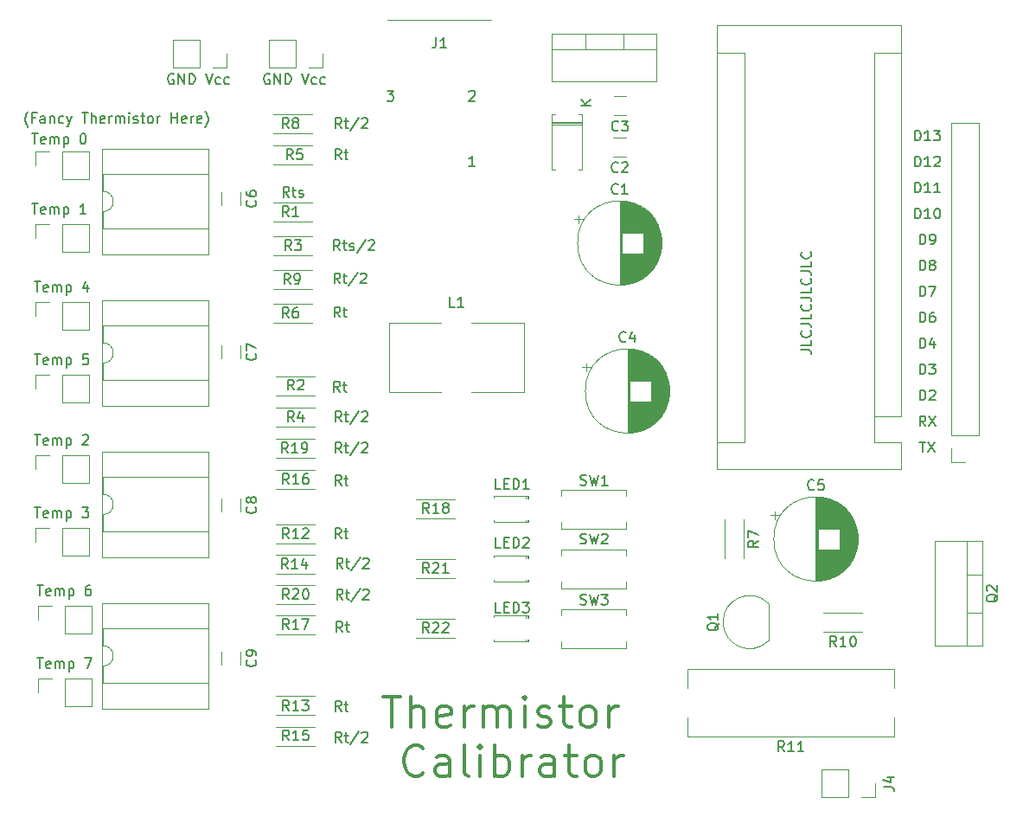
<source format=gbr>
G04 #@! TF.GenerationSoftware,KiCad,Pcbnew,(5.1.9)-1*
G04 #@! TF.CreationDate,2021-03-29T19:03:03-07:00*
G04 #@! TF.ProjectId,thermistor_calibrator,74686572-6d69-4737-946f-725f63616c69,rev?*
G04 #@! TF.SameCoordinates,Original*
G04 #@! TF.FileFunction,Legend,Top*
G04 #@! TF.FilePolarity,Positive*
%FSLAX46Y46*%
G04 Gerber Fmt 4.6, Leading zero omitted, Abs format (unit mm)*
G04 Created by KiCad (PCBNEW (5.1.9)-1) date 2021-03-29 19:03:03*
%MOMM*%
%LPD*%
G01*
G04 APERTURE LIST*
%ADD10C,0.150000*%
%ADD11C,0.300000*%
%ADD12C,0.120000*%
G04 APERTURE END LIST*
D10*
X127976380Y-68119047D02*
X128690666Y-68119047D01*
X128833523Y-68166666D01*
X128928761Y-68261904D01*
X128976380Y-68404761D01*
X128976380Y-68500000D01*
X128976380Y-67166666D02*
X128976380Y-67642857D01*
X127976380Y-67642857D01*
X128881142Y-66261904D02*
X128928761Y-66309523D01*
X128976380Y-66452380D01*
X128976380Y-66547619D01*
X128928761Y-66690476D01*
X128833523Y-66785714D01*
X128738285Y-66833333D01*
X128547809Y-66880952D01*
X128404952Y-66880952D01*
X128214476Y-66833333D01*
X128119238Y-66785714D01*
X128024000Y-66690476D01*
X127976380Y-66547619D01*
X127976380Y-66452380D01*
X128024000Y-66309523D01*
X128071619Y-66261904D01*
X127976380Y-65547619D02*
X128690666Y-65547619D01*
X128833523Y-65595238D01*
X128928761Y-65690476D01*
X128976380Y-65833333D01*
X128976380Y-65928571D01*
X128976380Y-64595238D02*
X128976380Y-65071428D01*
X127976380Y-65071428D01*
X128881142Y-63690476D02*
X128928761Y-63738095D01*
X128976380Y-63880952D01*
X128976380Y-63976190D01*
X128928761Y-64119047D01*
X128833523Y-64214285D01*
X128738285Y-64261904D01*
X128547809Y-64309523D01*
X128404952Y-64309523D01*
X128214476Y-64261904D01*
X128119238Y-64214285D01*
X128024000Y-64119047D01*
X127976380Y-63976190D01*
X127976380Y-63880952D01*
X128024000Y-63738095D01*
X128071619Y-63690476D01*
X127976380Y-62976190D02*
X128690666Y-62976190D01*
X128833523Y-63023809D01*
X128928761Y-63119047D01*
X128976380Y-63261904D01*
X128976380Y-63357142D01*
X128976380Y-62023809D02*
X128976380Y-62500000D01*
X127976380Y-62500000D01*
X128881142Y-61119047D02*
X128928761Y-61166666D01*
X128976380Y-61309523D01*
X128976380Y-61404761D01*
X128928761Y-61547619D01*
X128833523Y-61642857D01*
X128738285Y-61690476D01*
X128547809Y-61738095D01*
X128404952Y-61738095D01*
X128214476Y-61690476D01*
X128119238Y-61642857D01*
X128024000Y-61547619D01*
X127976380Y-61404761D01*
X127976380Y-61309523D01*
X128024000Y-61166666D01*
X128071619Y-61119047D01*
X127976380Y-60404761D02*
X128690666Y-60404761D01*
X128833523Y-60452380D01*
X128928761Y-60547619D01*
X128976380Y-60690476D01*
X128976380Y-60785714D01*
X128976380Y-59452380D02*
X128976380Y-59928571D01*
X127976380Y-59928571D01*
X128881142Y-58547619D02*
X128928761Y-58595238D01*
X128976380Y-58738095D01*
X128976380Y-58833333D01*
X128928761Y-58976190D01*
X128833523Y-59071428D01*
X128738285Y-59119047D01*
X128547809Y-59166666D01*
X128404952Y-59166666D01*
X128214476Y-59119047D01*
X128119238Y-59071428D01*
X128024000Y-58976190D01*
X127976380Y-58833333D01*
X127976380Y-58738095D01*
X128024000Y-58595238D01*
X128071619Y-58547619D01*
X82970809Y-106497380D02*
X82637476Y-106021190D01*
X82399380Y-106497380D02*
X82399380Y-105497380D01*
X82780333Y-105497380D01*
X82875571Y-105545000D01*
X82923190Y-105592619D01*
X82970809Y-105687857D01*
X82970809Y-105830714D01*
X82923190Y-105925952D01*
X82875571Y-105973571D01*
X82780333Y-106021190D01*
X82399380Y-106021190D01*
X83256523Y-105830714D02*
X83637476Y-105830714D01*
X83399380Y-105497380D02*
X83399380Y-106354523D01*
X83447000Y-106449761D01*
X83542238Y-106497380D01*
X83637476Y-106497380D01*
X84685095Y-105449761D02*
X83827952Y-106735476D01*
X84970809Y-105592619D02*
X85018428Y-105545000D01*
X85113666Y-105497380D01*
X85351761Y-105497380D01*
X85447000Y-105545000D01*
X85494619Y-105592619D01*
X85542238Y-105687857D01*
X85542238Y-105783095D01*
X85494619Y-105925952D01*
X84923190Y-106497380D01*
X85542238Y-106497380D01*
X82954809Y-103449380D02*
X82621476Y-102973190D01*
X82383380Y-103449380D02*
X82383380Y-102449380D01*
X82764333Y-102449380D01*
X82859571Y-102497000D01*
X82907190Y-102544619D01*
X82954809Y-102639857D01*
X82954809Y-102782714D01*
X82907190Y-102877952D01*
X82859571Y-102925571D01*
X82764333Y-102973190D01*
X82383380Y-102973190D01*
X83240523Y-102782714D02*
X83621476Y-102782714D01*
X83383380Y-102449380D02*
X83383380Y-103306523D01*
X83431000Y-103401761D01*
X83526238Y-103449380D01*
X83621476Y-103449380D01*
X82954809Y-86558380D02*
X82621476Y-86082190D01*
X82383380Y-86558380D02*
X82383380Y-85558380D01*
X82764333Y-85558380D01*
X82859571Y-85606000D01*
X82907190Y-85653619D01*
X82954809Y-85748857D01*
X82954809Y-85891714D01*
X82907190Y-85986952D01*
X82859571Y-86034571D01*
X82764333Y-86082190D01*
X82383380Y-86082190D01*
X83240523Y-85891714D02*
X83621476Y-85891714D01*
X83383380Y-85558380D02*
X83383380Y-86415523D01*
X83431000Y-86510761D01*
X83526238Y-86558380D01*
X83621476Y-86558380D01*
X83097809Y-89479380D02*
X82764476Y-89003190D01*
X82526380Y-89479380D02*
X82526380Y-88479380D01*
X82907333Y-88479380D01*
X83002571Y-88527000D01*
X83050190Y-88574619D01*
X83097809Y-88669857D01*
X83097809Y-88812714D01*
X83050190Y-88907952D01*
X83002571Y-88955571D01*
X82907333Y-89003190D01*
X82526380Y-89003190D01*
X83383523Y-88812714D02*
X83764476Y-88812714D01*
X83526380Y-88479380D02*
X83526380Y-89336523D01*
X83574000Y-89431761D01*
X83669238Y-89479380D01*
X83764476Y-89479380D01*
X84812095Y-88431761D02*
X83954952Y-89717476D01*
X85097809Y-88574619D02*
X85145428Y-88527000D01*
X85240666Y-88479380D01*
X85478761Y-88479380D01*
X85574000Y-88527000D01*
X85621619Y-88574619D01*
X85669238Y-88669857D01*
X85669238Y-88765095D01*
X85621619Y-88907952D01*
X85050190Y-89479380D01*
X85669238Y-89479380D01*
X83081809Y-95702380D02*
X82748476Y-95226190D01*
X82510380Y-95702380D02*
X82510380Y-94702380D01*
X82891333Y-94702380D01*
X82986571Y-94750000D01*
X83034190Y-94797619D01*
X83081809Y-94892857D01*
X83081809Y-95035714D01*
X83034190Y-95130952D01*
X82986571Y-95178571D01*
X82891333Y-95226190D01*
X82510380Y-95226190D01*
X83367523Y-95035714D02*
X83748476Y-95035714D01*
X83510380Y-94702380D02*
X83510380Y-95559523D01*
X83558000Y-95654761D01*
X83653238Y-95702380D01*
X83748476Y-95702380D01*
X83097809Y-92527380D02*
X82764476Y-92051190D01*
X82526380Y-92527380D02*
X82526380Y-91527380D01*
X82907333Y-91527380D01*
X83002571Y-91575000D01*
X83050190Y-91622619D01*
X83097809Y-91717857D01*
X83097809Y-91860714D01*
X83050190Y-91955952D01*
X83002571Y-92003571D01*
X82907333Y-92051190D01*
X82526380Y-92051190D01*
X83383523Y-91860714D02*
X83764476Y-91860714D01*
X83526380Y-91527380D02*
X83526380Y-92384523D01*
X83574000Y-92479761D01*
X83669238Y-92527380D01*
X83764476Y-92527380D01*
X84812095Y-91479761D02*
X83954952Y-92765476D01*
X85097809Y-91622619D02*
X85145428Y-91575000D01*
X85240666Y-91527380D01*
X85478761Y-91527380D01*
X85574000Y-91575000D01*
X85621619Y-91622619D01*
X85669238Y-91717857D01*
X85669238Y-91813095D01*
X85621619Y-91955952D01*
X85050190Y-92527380D01*
X85669238Y-92527380D01*
X82954809Y-81351380D02*
X82621476Y-80875190D01*
X82383380Y-81351380D02*
X82383380Y-80351380D01*
X82764333Y-80351380D01*
X82859571Y-80399000D01*
X82907190Y-80446619D01*
X82954809Y-80541857D01*
X82954809Y-80684714D01*
X82907190Y-80779952D01*
X82859571Y-80827571D01*
X82764333Y-80875190D01*
X82383380Y-80875190D01*
X83240523Y-80684714D02*
X83621476Y-80684714D01*
X83383380Y-80351380D02*
X83383380Y-81208523D01*
X83431000Y-81303761D01*
X83526238Y-81351380D01*
X83621476Y-81351380D01*
X82970809Y-78176380D02*
X82637476Y-77700190D01*
X82399380Y-78176380D02*
X82399380Y-77176380D01*
X82780333Y-77176380D01*
X82875571Y-77224000D01*
X82923190Y-77271619D01*
X82970809Y-77366857D01*
X82970809Y-77509714D01*
X82923190Y-77604952D01*
X82875571Y-77652571D01*
X82780333Y-77700190D01*
X82399380Y-77700190D01*
X83256523Y-77509714D02*
X83637476Y-77509714D01*
X83399380Y-77176380D02*
X83399380Y-78033523D01*
X83447000Y-78128761D01*
X83542238Y-78176380D01*
X83637476Y-78176380D01*
X84685095Y-77128761D02*
X83827952Y-78414476D01*
X84970809Y-77271619D02*
X85018428Y-77224000D01*
X85113666Y-77176380D01*
X85351761Y-77176380D01*
X85447000Y-77224000D01*
X85494619Y-77271619D01*
X85542238Y-77366857D01*
X85542238Y-77462095D01*
X85494619Y-77604952D01*
X84923190Y-78176380D01*
X85542238Y-78176380D01*
X82827809Y-72207380D02*
X82494476Y-71731190D01*
X82256380Y-72207380D02*
X82256380Y-71207380D01*
X82637333Y-71207380D01*
X82732571Y-71255000D01*
X82780190Y-71302619D01*
X82827809Y-71397857D01*
X82827809Y-71540714D01*
X82780190Y-71635952D01*
X82732571Y-71683571D01*
X82637333Y-71731190D01*
X82256380Y-71731190D01*
X83113523Y-71540714D02*
X83494476Y-71540714D01*
X83256380Y-71207380D02*
X83256380Y-72064523D01*
X83304000Y-72159761D01*
X83399238Y-72207380D01*
X83494476Y-72207380D01*
X82970809Y-75128380D02*
X82637476Y-74652190D01*
X82399380Y-75128380D02*
X82399380Y-74128380D01*
X82780333Y-74128380D01*
X82875571Y-74176000D01*
X82923190Y-74223619D01*
X82970809Y-74318857D01*
X82970809Y-74461714D01*
X82923190Y-74556952D01*
X82875571Y-74604571D01*
X82780333Y-74652190D01*
X82399380Y-74652190D01*
X83256523Y-74461714D02*
X83637476Y-74461714D01*
X83399380Y-74128380D02*
X83399380Y-74985523D01*
X83447000Y-75080761D01*
X83542238Y-75128380D01*
X83637476Y-75128380D01*
X84685095Y-74080761D02*
X83827952Y-75366476D01*
X84970809Y-74223619D02*
X85018428Y-74176000D01*
X85113666Y-74128380D01*
X85351761Y-74128380D01*
X85447000Y-74176000D01*
X85494619Y-74223619D01*
X85542238Y-74318857D01*
X85542238Y-74414095D01*
X85494619Y-74556952D01*
X84923190Y-75128380D01*
X85542238Y-75128380D01*
X82843809Y-61598880D02*
X82510476Y-61122690D01*
X82272380Y-61598880D02*
X82272380Y-60598880D01*
X82653333Y-60598880D01*
X82748571Y-60646500D01*
X82796190Y-60694119D01*
X82843809Y-60789357D01*
X82843809Y-60932214D01*
X82796190Y-61027452D01*
X82748571Y-61075071D01*
X82653333Y-61122690D01*
X82272380Y-61122690D01*
X83129523Y-60932214D02*
X83510476Y-60932214D01*
X83272380Y-60598880D02*
X83272380Y-61456023D01*
X83320000Y-61551261D01*
X83415238Y-61598880D01*
X83510476Y-61598880D01*
X84558095Y-60551261D02*
X83700952Y-61836976D01*
X84843809Y-60694119D02*
X84891428Y-60646500D01*
X84986666Y-60598880D01*
X85224761Y-60598880D01*
X85320000Y-60646500D01*
X85367619Y-60694119D01*
X85415238Y-60789357D01*
X85415238Y-60884595D01*
X85367619Y-61027452D01*
X84796190Y-61598880D01*
X85415238Y-61598880D01*
X82843809Y-64900880D02*
X82510476Y-64424690D01*
X82272380Y-64900880D02*
X82272380Y-63900880D01*
X82653333Y-63900880D01*
X82748571Y-63948500D01*
X82796190Y-63996119D01*
X82843809Y-64091357D01*
X82843809Y-64234214D01*
X82796190Y-64329452D01*
X82748571Y-64377071D01*
X82653333Y-64424690D01*
X82272380Y-64424690D01*
X83129523Y-64234214D02*
X83510476Y-64234214D01*
X83272380Y-63900880D02*
X83272380Y-64758023D01*
X83320000Y-64853261D01*
X83415238Y-64900880D01*
X83510476Y-64900880D01*
X82820047Y-58364380D02*
X82486714Y-57888190D01*
X82248619Y-58364380D02*
X82248619Y-57364380D01*
X82629571Y-57364380D01*
X82724809Y-57412000D01*
X82772428Y-57459619D01*
X82820047Y-57554857D01*
X82820047Y-57697714D01*
X82772428Y-57792952D01*
X82724809Y-57840571D01*
X82629571Y-57888190D01*
X82248619Y-57888190D01*
X83105761Y-57697714D02*
X83486714Y-57697714D01*
X83248619Y-57364380D02*
X83248619Y-58221523D01*
X83296238Y-58316761D01*
X83391476Y-58364380D01*
X83486714Y-58364380D01*
X83772428Y-58316761D02*
X83867666Y-58364380D01*
X84058142Y-58364380D01*
X84153380Y-58316761D01*
X84201000Y-58221523D01*
X84201000Y-58173904D01*
X84153380Y-58078666D01*
X84058142Y-58031047D01*
X83915285Y-58031047D01*
X83820047Y-57983428D01*
X83772428Y-57888190D01*
X83772428Y-57840571D01*
X83820047Y-57745333D01*
X83915285Y-57697714D01*
X84058142Y-57697714D01*
X84153380Y-57745333D01*
X85343857Y-57316761D02*
X84486714Y-58602476D01*
X85629571Y-57459619D02*
X85677190Y-57412000D01*
X85772428Y-57364380D01*
X86010523Y-57364380D01*
X86105761Y-57412000D01*
X86153380Y-57459619D01*
X86201000Y-57554857D01*
X86201000Y-57650095D01*
X86153380Y-57792952D01*
X85581952Y-58364380D01*
X86201000Y-58364380D01*
X77851047Y-53157380D02*
X77517714Y-52681190D01*
X77279619Y-53157380D02*
X77279619Y-52157380D01*
X77660571Y-52157380D01*
X77755809Y-52205000D01*
X77803428Y-52252619D01*
X77851047Y-52347857D01*
X77851047Y-52490714D01*
X77803428Y-52585952D01*
X77755809Y-52633571D01*
X77660571Y-52681190D01*
X77279619Y-52681190D01*
X78136761Y-52490714D02*
X78517714Y-52490714D01*
X78279619Y-52157380D02*
X78279619Y-53014523D01*
X78327238Y-53109761D01*
X78422476Y-53157380D01*
X78517714Y-53157380D01*
X78803428Y-53109761D02*
X78898666Y-53157380D01*
X79089142Y-53157380D01*
X79184380Y-53109761D01*
X79232000Y-53014523D01*
X79232000Y-52966904D01*
X79184380Y-52871666D01*
X79089142Y-52824047D01*
X78946285Y-52824047D01*
X78851047Y-52776428D01*
X78803428Y-52681190D01*
X78803428Y-52633571D01*
X78851047Y-52538333D01*
X78946285Y-52490714D01*
X79089142Y-52490714D01*
X79184380Y-52538333D01*
X82954809Y-49474380D02*
X82621476Y-48998190D01*
X82383380Y-49474380D02*
X82383380Y-48474380D01*
X82764333Y-48474380D01*
X82859571Y-48522000D01*
X82907190Y-48569619D01*
X82954809Y-48664857D01*
X82954809Y-48807714D01*
X82907190Y-48902952D01*
X82859571Y-48950571D01*
X82764333Y-48998190D01*
X82383380Y-48998190D01*
X83240523Y-48807714D02*
X83621476Y-48807714D01*
X83383380Y-48474380D02*
X83383380Y-49331523D01*
X83431000Y-49426761D01*
X83526238Y-49474380D01*
X83621476Y-49474380D01*
X82970809Y-46426380D02*
X82637476Y-45950190D01*
X82399380Y-46426380D02*
X82399380Y-45426380D01*
X82780333Y-45426380D01*
X82875571Y-45474000D01*
X82923190Y-45521619D01*
X82970809Y-45616857D01*
X82970809Y-45759714D01*
X82923190Y-45854952D01*
X82875571Y-45902571D01*
X82780333Y-45950190D01*
X82399380Y-45950190D01*
X83256523Y-45759714D02*
X83637476Y-45759714D01*
X83399380Y-45426380D02*
X83399380Y-46283523D01*
X83447000Y-46378761D01*
X83542238Y-46426380D01*
X83637476Y-46426380D01*
X84685095Y-45378761D02*
X83827952Y-46664476D01*
X84970809Y-45521619D02*
X85018428Y-45474000D01*
X85113666Y-45426380D01*
X85351761Y-45426380D01*
X85447000Y-45474000D01*
X85494619Y-45521619D01*
X85542238Y-45616857D01*
X85542238Y-45712095D01*
X85494619Y-45854952D01*
X84923190Y-46426380D01*
X85542238Y-46426380D01*
X52293333Y-46299333D02*
X52245714Y-46251714D01*
X52150476Y-46108857D01*
X52102857Y-46013619D01*
X52055238Y-45870761D01*
X52007619Y-45632666D01*
X52007619Y-45442190D01*
X52055238Y-45204095D01*
X52102857Y-45061238D01*
X52150476Y-44966000D01*
X52245714Y-44823142D01*
X52293333Y-44775523D01*
X53007619Y-45394571D02*
X52674285Y-45394571D01*
X52674285Y-45918380D02*
X52674285Y-44918380D01*
X53150476Y-44918380D01*
X53960000Y-45918380D02*
X53960000Y-45394571D01*
X53912380Y-45299333D01*
X53817142Y-45251714D01*
X53626666Y-45251714D01*
X53531428Y-45299333D01*
X53960000Y-45870761D02*
X53864761Y-45918380D01*
X53626666Y-45918380D01*
X53531428Y-45870761D01*
X53483809Y-45775523D01*
X53483809Y-45680285D01*
X53531428Y-45585047D01*
X53626666Y-45537428D01*
X53864761Y-45537428D01*
X53960000Y-45489809D01*
X54436190Y-45251714D02*
X54436190Y-45918380D01*
X54436190Y-45346952D02*
X54483809Y-45299333D01*
X54579047Y-45251714D01*
X54721904Y-45251714D01*
X54817142Y-45299333D01*
X54864761Y-45394571D01*
X54864761Y-45918380D01*
X55769523Y-45870761D02*
X55674285Y-45918380D01*
X55483809Y-45918380D01*
X55388571Y-45870761D01*
X55340952Y-45823142D01*
X55293333Y-45727904D01*
X55293333Y-45442190D01*
X55340952Y-45346952D01*
X55388571Y-45299333D01*
X55483809Y-45251714D01*
X55674285Y-45251714D01*
X55769523Y-45299333D01*
X56102857Y-45251714D02*
X56340952Y-45918380D01*
X56579047Y-45251714D02*
X56340952Y-45918380D01*
X56245714Y-46156476D01*
X56198095Y-46204095D01*
X56102857Y-46251714D01*
X57579047Y-44918380D02*
X58150476Y-44918380D01*
X57864761Y-45918380D02*
X57864761Y-44918380D01*
X58483809Y-45918380D02*
X58483809Y-44918380D01*
X58912380Y-45918380D02*
X58912380Y-45394571D01*
X58864761Y-45299333D01*
X58769523Y-45251714D01*
X58626666Y-45251714D01*
X58531428Y-45299333D01*
X58483809Y-45346952D01*
X59769523Y-45870761D02*
X59674285Y-45918380D01*
X59483809Y-45918380D01*
X59388571Y-45870761D01*
X59340952Y-45775523D01*
X59340952Y-45394571D01*
X59388571Y-45299333D01*
X59483809Y-45251714D01*
X59674285Y-45251714D01*
X59769523Y-45299333D01*
X59817142Y-45394571D01*
X59817142Y-45489809D01*
X59340952Y-45585047D01*
X60245714Y-45918380D02*
X60245714Y-45251714D01*
X60245714Y-45442190D02*
X60293333Y-45346952D01*
X60340952Y-45299333D01*
X60436190Y-45251714D01*
X60531428Y-45251714D01*
X60864761Y-45918380D02*
X60864761Y-45251714D01*
X60864761Y-45346952D02*
X60912380Y-45299333D01*
X61007619Y-45251714D01*
X61150476Y-45251714D01*
X61245714Y-45299333D01*
X61293333Y-45394571D01*
X61293333Y-45918380D01*
X61293333Y-45394571D02*
X61340952Y-45299333D01*
X61436190Y-45251714D01*
X61579047Y-45251714D01*
X61674285Y-45299333D01*
X61721904Y-45394571D01*
X61721904Y-45918380D01*
X62198095Y-45918380D02*
X62198095Y-45251714D01*
X62198095Y-44918380D02*
X62150476Y-44966000D01*
X62198095Y-45013619D01*
X62245714Y-44966000D01*
X62198095Y-44918380D01*
X62198095Y-45013619D01*
X62626666Y-45870761D02*
X62721904Y-45918380D01*
X62912380Y-45918380D01*
X63007619Y-45870761D01*
X63055238Y-45775523D01*
X63055238Y-45727904D01*
X63007619Y-45632666D01*
X62912380Y-45585047D01*
X62769523Y-45585047D01*
X62674285Y-45537428D01*
X62626666Y-45442190D01*
X62626666Y-45394571D01*
X62674285Y-45299333D01*
X62769523Y-45251714D01*
X62912380Y-45251714D01*
X63007619Y-45299333D01*
X63340952Y-45251714D02*
X63721904Y-45251714D01*
X63483809Y-44918380D02*
X63483809Y-45775523D01*
X63531428Y-45870761D01*
X63626666Y-45918380D01*
X63721904Y-45918380D01*
X64198095Y-45918380D02*
X64102857Y-45870761D01*
X64055238Y-45823142D01*
X64007619Y-45727904D01*
X64007619Y-45442190D01*
X64055238Y-45346952D01*
X64102857Y-45299333D01*
X64198095Y-45251714D01*
X64340952Y-45251714D01*
X64436190Y-45299333D01*
X64483809Y-45346952D01*
X64531428Y-45442190D01*
X64531428Y-45727904D01*
X64483809Y-45823142D01*
X64436190Y-45870761D01*
X64340952Y-45918380D01*
X64198095Y-45918380D01*
X64960000Y-45918380D02*
X64960000Y-45251714D01*
X64960000Y-45442190D02*
X65007619Y-45346952D01*
X65055238Y-45299333D01*
X65150476Y-45251714D01*
X65245714Y-45251714D01*
X66340952Y-45918380D02*
X66340952Y-44918380D01*
X66340952Y-45394571D02*
X66912380Y-45394571D01*
X66912380Y-45918380D02*
X66912380Y-44918380D01*
X67769523Y-45870761D02*
X67674285Y-45918380D01*
X67483809Y-45918380D01*
X67388571Y-45870761D01*
X67340952Y-45775523D01*
X67340952Y-45394571D01*
X67388571Y-45299333D01*
X67483809Y-45251714D01*
X67674285Y-45251714D01*
X67769523Y-45299333D01*
X67817142Y-45394571D01*
X67817142Y-45489809D01*
X67340952Y-45585047D01*
X68245714Y-45918380D02*
X68245714Y-45251714D01*
X68245714Y-45442190D02*
X68293333Y-45346952D01*
X68340952Y-45299333D01*
X68436190Y-45251714D01*
X68531428Y-45251714D01*
X69245714Y-45870761D02*
X69150476Y-45918380D01*
X68960000Y-45918380D01*
X68864761Y-45870761D01*
X68817142Y-45775523D01*
X68817142Y-45394571D01*
X68864761Y-45299333D01*
X68960000Y-45251714D01*
X69150476Y-45251714D01*
X69245714Y-45299333D01*
X69293333Y-45394571D01*
X69293333Y-45489809D01*
X68817142Y-45585047D01*
X69626666Y-46299333D02*
X69674285Y-46251714D01*
X69769523Y-46108857D01*
X69817142Y-46013619D01*
X69864761Y-45870761D01*
X69912380Y-45632666D01*
X69912380Y-45442190D01*
X69864761Y-45204095D01*
X69817142Y-45061238D01*
X69769523Y-44966000D01*
X69674285Y-44823142D01*
X69626666Y-44775523D01*
X98575952Y-93797380D02*
X98099761Y-93797380D01*
X98099761Y-92797380D01*
X98909285Y-93273571D02*
X99242619Y-93273571D01*
X99385476Y-93797380D02*
X98909285Y-93797380D01*
X98909285Y-92797380D01*
X99385476Y-92797380D01*
X99814047Y-93797380D02*
X99814047Y-92797380D01*
X100052142Y-92797380D01*
X100195000Y-92845000D01*
X100290238Y-92940238D01*
X100337857Y-93035476D01*
X100385476Y-93225952D01*
X100385476Y-93368809D01*
X100337857Y-93559285D01*
X100290238Y-93654523D01*
X100195000Y-93749761D01*
X100052142Y-93797380D01*
X99814047Y-93797380D01*
X100718809Y-92797380D02*
X101337857Y-92797380D01*
X101004523Y-93178333D01*
X101147380Y-93178333D01*
X101242619Y-93225952D01*
X101290238Y-93273571D01*
X101337857Y-93368809D01*
X101337857Y-93606904D01*
X101290238Y-93702142D01*
X101242619Y-93749761D01*
X101147380Y-93797380D01*
X100861666Y-93797380D01*
X100766428Y-93749761D01*
X100718809Y-93702142D01*
X98575952Y-87447380D02*
X98099761Y-87447380D01*
X98099761Y-86447380D01*
X98909285Y-86923571D02*
X99242619Y-86923571D01*
X99385476Y-87447380D02*
X98909285Y-87447380D01*
X98909285Y-86447380D01*
X99385476Y-86447380D01*
X99814047Y-87447380D02*
X99814047Y-86447380D01*
X100052142Y-86447380D01*
X100195000Y-86495000D01*
X100290238Y-86590238D01*
X100337857Y-86685476D01*
X100385476Y-86875952D01*
X100385476Y-87018809D01*
X100337857Y-87209285D01*
X100290238Y-87304523D01*
X100195000Y-87399761D01*
X100052142Y-87447380D01*
X99814047Y-87447380D01*
X100766428Y-86542619D02*
X100814047Y-86495000D01*
X100909285Y-86447380D01*
X101147380Y-86447380D01*
X101242619Y-86495000D01*
X101290238Y-86542619D01*
X101337857Y-86637857D01*
X101337857Y-86733095D01*
X101290238Y-86875952D01*
X100718809Y-87447380D01*
X101337857Y-87447380D01*
X98575952Y-81732380D02*
X98099761Y-81732380D01*
X98099761Y-80732380D01*
X98909285Y-81208571D02*
X99242619Y-81208571D01*
X99385476Y-81732380D02*
X98909285Y-81732380D01*
X98909285Y-80732380D01*
X99385476Y-80732380D01*
X99814047Y-81732380D02*
X99814047Y-80732380D01*
X100052142Y-80732380D01*
X100195000Y-80780000D01*
X100290238Y-80875238D01*
X100337857Y-80970476D01*
X100385476Y-81160952D01*
X100385476Y-81303809D01*
X100337857Y-81494285D01*
X100290238Y-81589523D01*
X100195000Y-81684761D01*
X100052142Y-81732380D01*
X99814047Y-81732380D01*
X101337857Y-81732380D02*
X100766428Y-81732380D01*
X101052142Y-81732380D02*
X101052142Y-80732380D01*
X100956904Y-80875238D01*
X100861666Y-80970476D01*
X100766428Y-81018095D01*
X139573095Y-77108880D02*
X140144523Y-77108880D01*
X139858809Y-78108880D02*
X139858809Y-77108880D01*
X140382619Y-77108880D02*
X141049285Y-78108880D01*
X141049285Y-77108880D02*
X140382619Y-78108880D01*
X140168333Y-75568880D02*
X139835000Y-75092690D01*
X139596904Y-75568880D02*
X139596904Y-74568880D01*
X139977857Y-74568880D01*
X140073095Y-74616500D01*
X140120714Y-74664119D01*
X140168333Y-74759357D01*
X140168333Y-74902214D01*
X140120714Y-74997452D01*
X140073095Y-75045071D01*
X139977857Y-75092690D01*
X139596904Y-75092690D01*
X140501666Y-74568880D02*
X141168333Y-75568880D01*
X141168333Y-74568880D02*
X140501666Y-75568880D01*
X139596904Y-73028880D02*
X139596904Y-72028880D01*
X139835000Y-72028880D01*
X139977857Y-72076500D01*
X140073095Y-72171738D01*
X140120714Y-72266976D01*
X140168333Y-72457452D01*
X140168333Y-72600309D01*
X140120714Y-72790785D01*
X140073095Y-72886023D01*
X139977857Y-72981261D01*
X139835000Y-73028880D01*
X139596904Y-73028880D01*
X140549285Y-72124119D02*
X140596904Y-72076500D01*
X140692142Y-72028880D01*
X140930238Y-72028880D01*
X141025476Y-72076500D01*
X141073095Y-72124119D01*
X141120714Y-72219357D01*
X141120714Y-72314595D01*
X141073095Y-72457452D01*
X140501666Y-73028880D01*
X141120714Y-73028880D01*
X139596904Y-70488880D02*
X139596904Y-69488880D01*
X139835000Y-69488880D01*
X139977857Y-69536500D01*
X140073095Y-69631738D01*
X140120714Y-69726976D01*
X140168333Y-69917452D01*
X140168333Y-70060309D01*
X140120714Y-70250785D01*
X140073095Y-70346023D01*
X139977857Y-70441261D01*
X139835000Y-70488880D01*
X139596904Y-70488880D01*
X140501666Y-69488880D02*
X141120714Y-69488880D01*
X140787380Y-69869833D01*
X140930238Y-69869833D01*
X141025476Y-69917452D01*
X141073095Y-69965071D01*
X141120714Y-70060309D01*
X141120714Y-70298404D01*
X141073095Y-70393642D01*
X141025476Y-70441261D01*
X140930238Y-70488880D01*
X140644523Y-70488880D01*
X140549285Y-70441261D01*
X140501666Y-70393642D01*
X139596904Y-67948880D02*
X139596904Y-66948880D01*
X139835000Y-66948880D01*
X139977857Y-66996500D01*
X140073095Y-67091738D01*
X140120714Y-67186976D01*
X140168333Y-67377452D01*
X140168333Y-67520309D01*
X140120714Y-67710785D01*
X140073095Y-67806023D01*
X139977857Y-67901261D01*
X139835000Y-67948880D01*
X139596904Y-67948880D01*
X141025476Y-67282214D02*
X141025476Y-67948880D01*
X140787380Y-66901261D02*
X140549285Y-67615547D01*
X141168333Y-67615547D01*
X139596904Y-65408880D02*
X139596904Y-64408880D01*
X139835000Y-64408880D01*
X139977857Y-64456500D01*
X140073095Y-64551738D01*
X140120714Y-64646976D01*
X140168333Y-64837452D01*
X140168333Y-64980309D01*
X140120714Y-65170785D01*
X140073095Y-65266023D01*
X139977857Y-65361261D01*
X139835000Y-65408880D01*
X139596904Y-65408880D01*
X141025476Y-64408880D02*
X140835000Y-64408880D01*
X140739761Y-64456500D01*
X140692142Y-64504119D01*
X140596904Y-64646976D01*
X140549285Y-64837452D01*
X140549285Y-65218404D01*
X140596904Y-65313642D01*
X140644523Y-65361261D01*
X140739761Y-65408880D01*
X140930238Y-65408880D01*
X141025476Y-65361261D01*
X141073095Y-65313642D01*
X141120714Y-65218404D01*
X141120714Y-64980309D01*
X141073095Y-64885071D01*
X141025476Y-64837452D01*
X140930238Y-64789833D01*
X140739761Y-64789833D01*
X140644523Y-64837452D01*
X140596904Y-64885071D01*
X140549285Y-64980309D01*
X139596904Y-62868880D02*
X139596904Y-61868880D01*
X139835000Y-61868880D01*
X139977857Y-61916500D01*
X140073095Y-62011738D01*
X140120714Y-62106976D01*
X140168333Y-62297452D01*
X140168333Y-62440309D01*
X140120714Y-62630785D01*
X140073095Y-62726023D01*
X139977857Y-62821261D01*
X139835000Y-62868880D01*
X139596904Y-62868880D01*
X140501666Y-61868880D02*
X141168333Y-61868880D01*
X140739761Y-62868880D01*
X139596904Y-60328880D02*
X139596904Y-59328880D01*
X139835000Y-59328880D01*
X139977857Y-59376500D01*
X140073095Y-59471738D01*
X140120714Y-59566976D01*
X140168333Y-59757452D01*
X140168333Y-59900309D01*
X140120714Y-60090785D01*
X140073095Y-60186023D01*
X139977857Y-60281261D01*
X139835000Y-60328880D01*
X139596904Y-60328880D01*
X140739761Y-59757452D02*
X140644523Y-59709833D01*
X140596904Y-59662214D01*
X140549285Y-59566976D01*
X140549285Y-59519357D01*
X140596904Y-59424119D01*
X140644523Y-59376500D01*
X140739761Y-59328880D01*
X140930238Y-59328880D01*
X141025476Y-59376500D01*
X141073095Y-59424119D01*
X141120714Y-59519357D01*
X141120714Y-59566976D01*
X141073095Y-59662214D01*
X141025476Y-59709833D01*
X140930238Y-59757452D01*
X140739761Y-59757452D01*
X140644523Y-59805071D01*
X140596904Y-59852690D01*
X140549285Y-59947928D01*
X140549285Y-60138404D01*
X140596904Y-60233642D01*
X140644523Y-60281261D01*
X140739761Y-60328880D01*
X140930238Y-60328880D01*
X141025476Y-60281261D01*
X141073095Y-60233642D01*
X141120714Y-60138404D01*
X141120714Y-59947928D01*
X141073095Y-59852690D01*
X141025476Y-59805071D01*
X140930238Y-59757452D01*
X139596904Y-57788880D02*
X139596904Y-56788880D01*
X139835000Y-56788880D01*
X139977857Y-56836500D01*
X140073095Y-56931738D01*
X140120714Y-57026976D01*
X140168333Y-57217452D01*
X140168333Y-57360309D01*
X140120714Y-57550785D01*
X140073095Y-57646023D01*
X139977857Y-57741261D01*
X139835000Y-57788880D01*
X139596904Y-57788880D01*
X140644523Y-57788880D02*
X140835000Y-57788880D01*
X140930238Y-57741261D01*
X140977857Y-57693642D01*
X141073095Y-57550785D01*
X141120714Y-57360309D01*
X141120714Y-56979357D01*
X141073095Y-56884119D01*
X141025476Y-56836500D01*
X140930238Y-56788880D01*
X140739761Y-56788880D01*
X140644523Y-56836500D01*
X140596904Y-56884119D01*
X140549285Y-56979357D01*
X140549285Y-57217452D01*
X140596904Y-57312690D01*
X140644523Y-57360309D01*
X140739761Y-57407928D01*
X140930238Y-57407928D01*
X141025476Y-57360309D01*
X141073095Y-57312690D01*
X141120714Y-57217452D01*
X139120714Y-55248880D02*
X139120714Y-54248880D01*
X139358809Y-54248880D01*
X139501666Y-54296500D01*
X139596904Y-54391738D01*
X139644523Y-54486976D01*
X139692142Y-54677452D01*
X139692142Y-54820309D01*
X139644523Y-55010785D01*
X139596904Y-55106023D01*
X139501666Y-55201261D01*
X139358809Y-55248880D01*
X139120714Y-55248880D01*
X140644523Y-55248880D02*
X140073095Y-55248880D01*
X140358809Y-55248880D02*
X140358809Y-54248880D01*
X140263571Y-54391738D01*
X140168333Y-54486976D01*
X140073095Y-54534595D01*
X141263571Y-54248880D02*
X141358809Y-54248880D01*
X141454047Y-54296500D01*
X141501666Y-54344119D01*
X141549285Y-54439357D01*
X141596904Y-54629833D01*
X141596904Y-54867928D01*
X141549285Y-55058404D01*
X141501666Y-55153642D01*
X141454047Y-55201261D01*
X141358809Y-55248880D01*
X141263571Y-55248880D01*
X141168333Y-55201261D01*
X141120714Y-55153642D01*
X141073095Y-55058404D01*
X141025476Y-54867928D01*
X141025476Y-54629833D01*
X141073095Y-54439357D01*
X141120714Y-54344119D01*
X141168333Y-54296500D01*
X141263571Y-54248880D01*
X139120714Y-52708880D02*
X139120714Y-51708880D01*
X139358809Y-51708880D01*
X139501666Y-51756500D01*
X139596904Y-51851738D01*
X139644523Y-51946976D01*
X139692142Y-52137452D01*
X139692142Y-52280309D01*
X139644523Y-52470785D01*
X139596904Y-52566023D01*
X139501666Y-52661261D01*
X139358809Y-52708880D01*
X139120714Y-52708880D01*
X140644523Y-52708880D02*
X140073095Y-52708880D01*
X140358809Y-52708880D02*
X140358809Y-51708880D01*
X140263571Y-51851738D01*
X140168333Y-51946976D01*
X140073095Y-51994595D01*
X141596904Y-52708880D02*
X141025476Y-52708880D01*
X141311190Y-52708880D02*
X141311190Y-51708880D01*
X141215952Y-51851738D01*
X141120714Y-51946976D01*
X141025476Y-51994595D01*
X139120714Y-50168880D02*
X139120714Y-49168880D01*
X139358809Y-49168880D01*
X139501666Y-49216500D01*
X139596904Y-49311738D01*
X139644523Y-49406976D01*
X139692142Y-49597452D01*
X139692142Y-49740309D01*
X139644523Y-49930785D01*
X139596904Y-50026023D01*
X139501666Y-50121261D01*
X139358809Y-50168880D01*
X139120714Y-50168880D01*
X140644523Y-50168880D02*
X140073095Y-50168880D01*
X140358809Y-50168880D02*
X140358809Y-49168880D01*
X140263571Y-49311738D01*
X140168333Y-49406976D01*
X140073095Y-49454595D01*
X141025476Y-49264119D02*
X141073095Y-49216500D01*
X141168333Y-49168880D01*
X141406428Y-49168880D01*
X141501666Y-49216500D01*
X141549285Y-49264119D01*
X141596904Y-49359357D01*
X141596904Y-49454595D01*
X141549285Y-49597452D01*
X140977857Y-50168880D01*
X141596904Y-50168880D01*
X139120714Y-47628880D02*
X139120714Y-46628880D01*
X139358809Y-46628880D01*
X139501666Y-46676500D01*
X139596904Y-46771738D01*
X139644523Y-46866976D01*
X139692142Y-47057452D01*
X139692142Y-47200309D01*
X139644523Y-47390785D01*
X139596904Y-47486023D01*
X139501666Y-47581261D01*
X139358809Y-47628880D01*
X139120714Y-47628880D01*
X140644523Y-47628880D02*
X140073095Y-47628880D01*
X140358809Y-47628880D02*
X140358809Y-46628880D01*
X140263571Y-46771738D01*
X140168333Y-46866976D01*
X140073095Y-46914595D01*
X140977857Y-46628880D02*
X141596904Y-46628880D01*
X141263571Y-47009833D01*
X141406428Y-47009833D01*
X141501666Y-47057452D01*
X141549285Y-47105071D01*
X141596904Y-47200309D01*
X141596904Y-47438404D01*
X141549285Y-47533642D01*
X141501666Y-47581261D01*
X141406428Y-47628880D01*
X141120714Y-47628880D01*
X141025476Y-47581261D01*
X140977857Y-47533642D01*
D11*
X87052142Y-102002142D02*
X88766428Y-102002142D01*
X87909285Y-105002142D02*
X87909285Y-102002142D01*
X89766428Y-105002142D02*
X89766428Y-102002142D01*
X91052142Y-105002142D02*
X91052142Y-103430714D01*
X90909285Y-103145000D01*
X90623571Y-103002142D01*
X90195000Y-103002142D01*
X89909285Y-103145000D01*
X89766428Y-103287857D01*
X93623571Y-104859285D02*
X93337857Y-105002142D01*
X92766428Y-105002142D01*
X92480714Y-104859285D01*
X92337857Y-104573571D01*
X92337857Y-103430714D01*
X92480714Y-103145000D01*
X92766428Y-103002142D01*
X93337857Y-103002142D01*
X93623571Y-103145000D01*
X93766428Y-103430714D01*
X93766428Y-103716428D01*
X92337857Y-104002142D01*
X95052142Y-105002142D02*
X95052142Y-103002142D01*
X95052142Y-103573571D02*
X95195000Y-103287857D01*
X95337857Y-103145000D01*
X95623571Y-103002142D01*
X95909285Y-103002142D01*
X96909285Y-105002142D02*
X96909285Y-103002142D01*
X96909285Y-103287857D02*
X97052142Y-103145000D01*
X97337857Y-103002142D01*
X97766428Y-103002142D01*
X98052142Y-103145000D01*
X98195000Y-103430714D01*
X98195000Y-105002142D01*
X98195000Y-103430714D02*
X98337857Y-103145000D01*
X98623571Y-103002142D01*
X99052142Y-103002142D01*
X99337857Y-103145000D01*
X99480714Y-103430714D01*
X99480714Y-105002142D01*
X100909285Y-105002142D02*
X100909285Y-103002142D01*
X100909285Y-102002142D02*
X100766428Y-102145000D01*
X100909285Y-102287857D01*
X101052142Y-102145000D01*
X100909285Y-102002142D01*
X100909285Y-102287857D01*
X102195000Y-104859285D02*
X102480714Y-105002142D01*
X103052142Y-105002142D01*
X103337857Y-104859285D01*
X103480714Y-104573571D01*
X103480714Y-104430714D01*
X103337857Y-104145000D01*
X103052142Y-104002142D01*
X102623571Y-104002142D01*
X102337857Y-103859285D01*
X102195000Y-103573571D01*
X102195000Y-103430714D01*
X102337857Y-103145000D01*
X102623571Y-103002142D01*
X103052142Y-103002142D01*
X103337857Y-103145000D01*
X104337857Y-103002142D02*
X105480714Y-103002142D01*
X104766428Y-102002142D02*
X104766428Y-104573571D01*
X104909285Y-104859285D01*
X105195000Y-105002142D01*
X105480714Y-105002142D01*
X106909285Y-105002142D02*
X106623571Y-104859285D01*
X106480714Y-104716428D01*
X106337857Y-104430714D01*
X106337857Y-103573571D01*
X106480714Y-103287857D01*
X106623571Y-103145000D01*
X106909285Y-103002142D01*
X107337857Y-103002142D01*
X107623571Y-103145000D01*
X107766428Y-103287857D01*
X107909285Y-103573571D01*
X107909285Y-104430714D01*
X107766428Y-104716428D01*
X107623571Y-104859285D01*
X107337857Y-105002142D01*
X106909285Y-105002142D01*
X109195000Y-105002142D02*
X109195000Y-103002142D01*
X109195000Y-103573571D02*
X109337857Y-103287857D01*
X109480714Y-103145000D01*
X109766428Y-103002142D01*
X110052142Y-103002142D01*
X90980714Y-109516428D02*
X90837857Y-109659285D01*
X90409285Y-109802142D01*
X90123571Y-109802142D01*
X89695000Y-109659285D01*
X89409285Y-109373571D01*
X89266428Y-109087857D01*
X89123571Y-108516428D01*
X89123571Y-108087857D01*
X89266428Y-107516428D01*
X89409285Y-107230714D01*
X89695000Y-106945000D01*
X90123571Y-106802142D01*
X90409285Y-106802142D01*
X90837857Y-106945000D01*
X90980714Y-107087857D01*
X93552142Y-109802142D02*
X93552142Y-108230714D01*
X93409285Y-107945000D01*
X93123571Y-107802142D01*
X92552142Y-107802142D01*
X92266428Y-107945000D01*
X93552142Y-109659285D02*
X93266428Y-109802142D01*
X92552142Y-109802142D01*
X92266428Y-109659285D01*
X92123571Y-109373571D01*
X92123571Y-109087857D01*
X92266428Y-108802142D01*
X92552142Y-108659285D01*
X93266428Y-108659285D01*
X93552142Y-108516428D01*
X95409285Y-109802142D02*
X95123571Y-109659285D01*
X94980714Y-109373571D01*
X94980714Y-106802142D01*
X96552142Y-109802142D02*
X96552142Y-107802142D01*
X96552142Y-106802142D02*
X96409285Y-106945000D01*
X96552142Y-107087857D01*
X96695000Y-106945000D01*
X96552142Y-106802142D01*
X96552142Y-107087857D01*
X97980714Y-109802142D02*
X97980714Y-106802142D01*
X97980714Y-107945000D02*
X98266428Y-107802142D01*
X98837857Y-107802142D01*
X99123571Y-107945000D01*
X99266428Y-108087857D01*
X99409285Y-108373571D01*
X99409285Y-109230714D01*
X99266428Y-109516428D01*
X99123571Y-109659285D01*
X98837857Y-109802142D01*
X98266428Y-109802142D01*
X97980714Y-109659285D01*
X100695000Y-109802142D02*
X100695000Y-107802142D01*
X100695000Y-108373571D02*
X100837857Y-108087857D01*
X100980714Y-107945000D01*
X101266428Y-107802142D01*
X101552142Y-107802142D01*
X103837857Y-109802142D02*
X103837857Y-108230714D01*
X103695000Y-107945000D01*
X103409285Y-107802142D01*
X102837857Y-107802142D01*
X102552142Y-107945000D01*
X103837857Y-109659285D02*
X103552142Y-109802142D01*
X102837857Y-109802142D01*
X102552142Y-109659285D01*
X102409285Y-109373571D01*
X102409285Y-109087857D01*
X102552142Y-108802142D01*
X102837857Y-108659285D01*
X103552142Y-108659285D01*
X103837857Y-108516428D01*
X104837857Y-107802142D02*
X105980714Y-107802142D01*
X105266428Y-106802142D02*
X105266428Y-109373571D01*
X105409285Y-109659285D01*
X105695000Y-109802142D01*
X105980714Y-109802142D01*
X107409285Y-109802142D02*
X107123571Y-109659285D01*
X106980714Y-109516428D01*
X106837857Y-109230714D01*
X106837857Y-108373571D01*
X106980714Y-108087857D01*
X107123571Y-107945000D01*
X107409285Y-107802142D01*
X107837857Y-107802142D01*
X108123571Y-107945000D01*
X108266428Y-108087857D01*
X108409285Y-108373571D01*
X108409285Y-109230714D01*
X108266428Y-109516428D01*
X108123571Y-109659285D01*
X107837857Y-109802142D01*
X107409285Y-109802142D01*
X109695000Y-109802142D02*
X109695000Y-107802142D01*
X109695000Y-108373571D02*
X109837857Y-108087857D01*
X109980714Y-107945000D01*
X110266428Y-107802142D01*
X110552142Y-107802142D01*
D10*
X79073523Y-41108380D02*
X79406857Y-42108380D01*
X79740190Y-41108380D01*
X80502095Y-42060761D02*
X80406857Y-42108380D01*
X80216380Y-42108380D01*
X80121142Y-42060761D01*
X80073523Y-42013142D01*
X80025904Y-41917904D01*
X80025904Y-41632190D01*
X80073523Y-41536952D01*
X80121142Y-41489333D01*
X80216380Y-41441714D01*
X80406857Y-41441714D01*
X80502095Y-41489333D01*
X81359238Y-42060761D02*
X81264000Y-42108380D01*
X81073523Y-42108380D01*
X80978285Y-42060761D01*
X80930666Y-42013142D01*
X80883047Y-41917904D01*
X80883047Y-41632190D01*
X80930666Y-41536952D01*
X80978285Y-41489333D01*
X81073523Y-41441714D01*
X81264000Y-41441714D01*
X81359238Y-41489333D01*
X75946095Y-41156000D02*
X75850857Y-41108380D01*
X75708000Y-41108380D01*
X75565142Y-41156000D01*
X75469904Y-41251238D01*
X75422285Y-41346476D01*
X75374666Y-41536952D01*
X75374666Y-41679809D01*
X75422285Y-41870285D01*
X75469904Y-41965523D01*
X75565142Y-42060761D01*
X75708000Y-42108380D01*
X75803238Y-42108380D01*
X75946095Y-42060761D01*
X75993714Y-42013142D01*
X75993714Y-41679809D01*
X75803238Y-41679809D01*
X76422285Y-42108380D02*
X76422285Y-41108380D01*
X76993714Y-42108380D01*
X76993714Y-41108380D01*
X77469904Y-42108380D02*
X77469904Y-41108380D01*
X77708000Y-41108380D01*
X77850857Y-41156000D01*
X77946095Y-41251238D01*
X77993714Y-41346476D01*
X78041333Y-41536952D01*
X78041333Y-41679809D01*
X77993714Y-41870285D01*
X77946095Y-41965523D01*
X77850857Y-42060761D01*
X77708000Y-42108380D01*
X77469904Y-42108380D01*
X66548095Y-41156000D02*
X66452857Y-41108380D01*
X66310000Y-41108380D01*
X66167142Y-41156000D01*
X66071904Y-41251238D01*
X66024285Y-41346476D01*
X65976666Y-41536952D01*
X65976666Y-41679809D01*
X66024285Y-41870285D01*
X66071904Y-41965523D01*
X66167142Y-42060761D01*
X66310000Y-42108380D01*
X66405238Y-42108380D01*
X66548095Y-42060761D01*
X66595714Y-42013142D01*
X66595714Y-41679809D01*
X66405238Y-41679809D01*
X67024285Y-42108380D02*
X67024285Y-41108380D01*
X67595714Y-42108380D01*
X67595714Y-41108380D01*
X68071904Y-42108380D02*
X68071904Y-41108380D01*
X68310000Y-41108380D01*
X68452857Y-41156000D01*
X68548095Y-41251238D01*
X68595714Y-41346476D01*
X68643333Y-41536952D01*
X68643333Y-41679809D01*
X68595714Y-41870285D01*
X68548095Y-41965523D01*
X68452857Y-42060761D01*
X68310000Y-42108380D01*
X68071904Y-42108380D01*
X69675523Y-41108380D02*
X70008857Y-42108380D01*
X70342190Y-41108380D01*
X71104095Y-42060761D02*
X71008857Y-42108380D01*
X70818380Y-42108380D01*
X70723142Y-42060761D01*
X70675523Y-42013142D01*
X70627904Y-41917904D01*
X70627904Y-41632190D01*
X70675523Y-41536952D01*
X70723142Y-41489333D01*
X70818380Y-41441714D01*
X71008857Y-41441714D01*
X71104095Y-41489333D01*
X71961238Y-42060761D02*
X71866000Y-42108380D01*
X71675523Y-42108380D01*
X71580285Y-42060761D01*
X71532666Y-42013142D01*
X71485047Y-41917904D01*
X71485047Y-41632190D01*
X71532666Y-41536952D01*
X71580285Y-41489333D01*
X71675523Y-41441714D01*
X71866000Y-41441714D01*
X71961238Y-41489333D01*
X53189523Y-91146380D02*
X53760952Y-91146380D01*
X53475238Y-92146380D02*
X53475238Y-91146380D01*
X54475238Y-92098761D02*
X54380000Y-92146380D01*
X54189523Y-92146380D01*
X54094285Y-92098761D01*
X54046666Y-92003523D01*
X54046666Y-91622571D01*
X54094285Y-91527333D01*
X54189523Y-91479714D01*
X54380000Y-91479714D01*
X54475238Y-91527333D01*
X54522857Y-91622571D01*
X54522857Y-91717809D01*
X54046666Y-91813047D01*
X54951428Y-92146380D02*
X54951428Y-91479714D01*
X54951428Y-91574952D02*
X54999047Y-91527333D01*
X55094285Y-91479714D01*
X55237142Y-91479714D01*
X55332380Y-91527333D01*
X55380000Y-91622571D01*
X55380000Y-92146380D01*
X55380000Y-91622571D02*
X55427619Y-91527333D01*
X55522857Y-91479714D01*
X55665714Y-91479714D01*
X55760952Y-91527333D01*
X55808571Y-91622571D01*
X55808571Y-92146380D01*
X56284761Y-91479714D02*
X56284761Y-92479714D01*
X56284761Y-91527333D02*
X56380000Y-91479714D01*
X56570476Y-91479714D01*
X56665714Y-91527333D01*
X56713333Y-91574952D01*
X56760952Y-91670190D01*
X56760952Y-91955904D01*
X56713333Y-92051142D01*
X56665714Y-92098761D01*
X56570476Y-92146380D01*
X56380000Y-92146380D01*
X56284761Y-92098761D01*
X58380000Y-91146380D02*
X58189523Y-91146380D01*
X58094285Y-91194000D01*
X58046666Y-91241619D01*
X57951428Y-91384476D01*
X57903809Y-91574952D01*
X57903809Y-91955904D01*
X57951428Y-92051142D01*
X57999047Y-92098761D01*
X58094285Y-92146380D01*
X58284761Y-92146380D01*
X58380000Y-92098761D01*
X58427619Y-92051142D01*
X58475238Y-91955904D01*
X58475238Y-91717809D01*
X58427619Y-91622571D01*
X58380000Y-91574952D01*
X58284761Y-91527333D01*
X58094285Y-91527333D01*
X57999047Y-91574952D01*
X57951428Y-91622571D01*
X57903809Y-91717809D01*
X53189523Y-98258380D02*
X53760952Y-98258380D01*
X53475238Y-99258380D02*
X53475238Y-98258380D01*
X54475238Y-99210761D02*
X54380000Y-99258380D01*
X54189523Y-99258380D01*
X54094285Y-99210761D01*
X54046666Y-99115523D01*
X54046666Y-98734571D01*
X54094285Y-98639333D01*
X54189523Y-98591714D01*
X54380000Y-98591714D01*
X54475238Y-98639333D01*
X54522857Y-98734571D01*
X54522857Y-98829809D01*
X54046666Y-98925047D01*
X54951428Y-99258380D02*
X54951428Y-98591714D01*
X54951428Y-98686952D02*
X54999047Y-98639333D01*
X55094285Y-98591714D01*
X55237142Y-98591714D01*
X55332380Y-98639333D01*
X55380000Y-98734571D01*
X55380000Y-99258380D01*
X55380000Y-98734571D02*
X55427619Y-98639333D01*
X55522857Y-98591714D01*
X55665714Y-98591714D01*
X55760952Y-98639333D01*
X55808571Y-98734571D01*
X55808571Y-99258380D01*
X56284761Y-98591714D02*
X56284761Y-99591714D01*
X56284761Y-98639333D02*
X56380000Y-98591714D01*
X56570476Y-98591714D01*
X56665714Y-98639333D01*
X56713333Y-98686952D01*
X56760952Y-98782190D01*
X56760952Y-99067904D01*
X56713333Y-99163142D01*
X56665714Y-99210761D01*
X56570476Y-99258380D01*
X56380000Y-99258380D01*
X56284761Y-99210761D01*
X57856190Y-98258380D02*
X58522857Y-98258380D01*
X58094285Y-99258380D01*
X52935523Y-83526380D02*
X53506952Y-83526380D01*
X53221238Y-84526380D02*
X53221238Y-83526380D01*
X54221238Y-84478761D02*
X54126000Y-84526380D01*
X53935523Y-84526380D01*
X53840285Y-84478761D01*
X53792666Y-84383523D01*
X53792666Y-84002571D01*
X53840285Y-83907333D01*
X53935523Y-83859714D01*
X54126000Y-83859714D01*
X54221238Y-83907333D01*
X54268857Y-84002571D01*
X54268857Y-84097809D01*
X53792666Y-84193047D01*
X54697428Y-84526380D02*
X54697428Y-83859714D01*
X54697428Y-83954952D02*
X54745047Y-83907333D01*
X54840285Y-83859714D01*
X54983142Y-83859714D01*
X55078380Y-83907333D01*
X55126000Y-84002571D01*
X55126000Y-84526380D01*
X55126000Y-84002571D02*
X55173619Y-83907333D01*
X55268857Y-83859714D01*
X55411714Y-83859714D01*
X55506952Y-83907333D01*
X55554571Y-84002571D01*
X55554571Y-84526380D01*
X56030761Y-83859714D02*
X56030761Y-84859714D01*
X56030761Y-83907333D02*
X56126000Y-83859714D01*
X56316476Y-83859714D01*
X56411714Y-83907333D01*
X56459333Y-83954952D01*
X56506952Y-84050190D01*
X56506952Y-84335904D01*
X56459333Y-84431142D01*
X56411714Y-84478761D01*
X56316476Y-84526380D01*
X56126000Y-84526380D01*
X56030761Y-84478761D01*
X57602190Y-83526380D02*
X58221238Y-83526380D01*
X57887904Y-83907333D01*
X58030761Y-83907333D01*
X58126000Y-83954952D01*
X58173619Y-84002571D01*
X58221238Y-84097809D01*
X58221238Y-84335904D01*
X58173619Y-84431142D01*
X58126000Y-84478761D01*
X58030761Y-84526380D01*
X57745047Y-84526380D01*
X57649809Y-84478761D01*
X57602190Y-84431142D01*
X52935523Y-76414380D02*
X53506952Y-76414380D01*
X53221238Y-77414380D02*
X53221238Y-76414380D01*
X54221238Y-77366761D02*
X54126000Y-77414380D01*
X53935523Y-77414380D01*
X53840285Y-77366761D01*
X53792666Y-77271523D01*
X53792666Y-76890571D01*
X53840285Y-76795333D01*
X53935523Y-76747714D01*
X54126000Y-76747714D01*
X54221238Y-76795333D01*
X54268857Y-76890571D01*
X54268857Y-76985809D01*
X53792666Y-77081047D01*
X54697428Y-77414380D02*
X54697428Y-76747714D01*
X54697428Y-76842952D02*
X54745047Y-76795333D01*
X54840285Y-76747714D01*
X54983142Y-76747714D01*
X55078380Y-76795333D01*
X55126000Y-76890571D01*
X55126000Y-77414380D01*
X55126000Y-76890571D02*
X55173619Y-76795333D01*
X55268857Y-76747714D01*
X55411714Y-76747714D01*
X55506952Y-76795333D01*
X55554571Y-76890571D01*
X55554571Y-77414380D01*
X56030761Y-76747714D02*
X56030761Y-77747714D01*
X56030761Y-76795333D02*
X56126000Y-76747714D01*
X56316476Y-76747714D01*
X56411714Y-76795333D01*
X56459333Y-76842952D01*
X56506952Y-76938190D01*
X56506952Y-77223904D01*
X56459333Y-77319142D01*
X56411714Y-77366761D01*
X56316476Y-77414380D01*
X56126000Y-77414380D01*
X56030761Y-77366761D01*
X57649809Y-76509619D02*
X57697428Y-76462000D01*
X57792666Y-76414380D01*
X58030761Y-76414380D01*
X58126000Y-76462000D01*
X58173619Y-76509619D01*
X58221238Y-76604857D01*
X58221238Y-76700095D01*
X58173619Y-76842952D01*
X57602190Y-77414380D01*
X58221238Y-77414380D01*
X52935523Y-68540380D02*
X53506952Y-68540380D01*
X53221238Y-69540380D02*
X53221238Y-68540380D01*
X54221238Y-69492761D02*
X54126000Y-69540380D01*
X53935523Y-69540380D01*
X53840285Y-69492761D01*
X53792666Y-69397523D01*
X53792666Y-69016571D01*
X53840285Y-68921333D01*
X53935523Y-68873714D01*
X54126000Y-68873714D01*
X54221238Y-68921333D01*
X54268857Y-69016571D01*
X54268857Y-69111809D01*
X53792666Y-69207047D01*
X54697428Y-69540380D02*
X54697428Y-68873714D01*
X54697428Y-68968952D02*
X54745047Y-68921333D01*
X54840285Y-68873714D01*
X54983142Y-68873714D01*
X55078380Y-68921333D01*
X55126000Y-69016571D01*
X55126000Y-69540380D01*
X55126000Y-69016571D02*
X55173619Y-68921333D01*
X55268857Y-68873714D01*
X55411714Y-68873714D01*
X55506952Y-68921333D01*
X55554571Y-69016571D01*
X55554571Y-69540380D01*
X56030761Y-68873714D02*
X56030761Y-69873714D01*
X56030761Y-68921333D02*
X56126000Y-68873714D01*
X56316476Y-68873714D01*
X56411714Y-68921333D01*
X56459333Y-68968952D01*
X56506952Y-69064190D01*
X56506952Y-69349904D01*
X56459333Y-69445142D01*
X56411714Y-69492761D01*
X56316476Y-69540380D01*
X56126000Y-69540380D01*
X56030761Y-69492761D01*
X58173619Y-68540380D02*
X57697428Y-68540380D01*
X57649809Y-69016571D01*
X57697428Y-68968952D01*
X57792666Y-68921333D01*
X58030761Y-68921333D01*
X58126000Y-68968952D01*
X58173619Y-69016571D01*
X58221238Y-69111809D01*
X58221238Y-69349904D01*
X58173619Y-69445142D01*
X58126000Y-69492761D01*
X58030761Y-69540380D01*
X57792666Y-69540380D01*
X57697428Y-69492761D01*
X57649809Y-69445142D01*
X52935523Y-61428380D02*
X53506952Y-61428380D01*
X53221238Y-62428380D02*
X53221238Y-61428380D01*
X54221238Y-62380761D02*
X54126000Y-62428380D01*
X53935523Y-62428380D01*
X53840285Y-62380761D01*
X53792666Y-62285523D01*
X53792666Y-61904571D01*
X53840285Y-61809333D01*
X53935523Y-61761714D01*
X54126000Y-61761714D01*
X54221238Y-61809333D01*
X54268857Y-61904571D01*
X54268857Y-61999809D01*
X53792666Y-62095047D01*
X54697428Y-62428380D02*
X54697428Y-61761714D01*
X54697428Y-61856952D02*
X54745047Y-61809333D01*
X54840285Y-61761714D01*
X54983142Y-61761714D01*
X55078380Y-61809333D01*
X55126000Y-61904571D01*
X55126000Y-62428380D01*
X55126000Y-61904571D02*
X55173619Y-61809333D01*
X55268857Y-61761714D01*
X55411714Y-61761714D01*
X55506952Y-61809333D01*
X55554571Y-61904571D01*
X55554571Y-62428380D01*
X56030761Y-61761714D02*
X56030761Y-62761714D01*
X56030761Y-61809333D02*
X56126000Y-61761714D01*
X56316476Y-61761714D01*
X56411714Y-61809333D01*
X56459333Y-61856952D01*
X56506952Y-61952190D01*
X56506952Y-62237904D01*
X56459333Y-62333142D01*
X56411714Y-62380761D01*
X56316476Y-62428380D01*
X56126000Y-62428380D01*
X56030761Y-62380761D01*
X58126000Y-61761714D02*
X58126000Y-62428380D01*
X57887904Y-61380761D02*
X57649809Y-62095047D01*
X58268857Y-62095047D01*
X52681523Y-53808380D02*
X53252952Y-53808380D01*
X52967238Y-54808380D02*
X52967238Y-53808380D01*
X53967238Y-54760761D02*
X53872000Y-54808380D01*
X53681523Y-54808380D01*
X53586285Y-54760761D01*
X53538666Y-54665523D01*
X53538666Y-54284571D01*
X53586285Y-54189333D01*
X53681523Y-54141714D01*
X53872000Y-54141714D01*
X53967238Y-54189333D01*
X54014857Y-54284571D01*
X54014857Y-54379809D01*
X53538666Y-54475047D01*
X54443428Y-54808380D02*
X54443428Y-54141714D01*
X54443428Y-54236952D02*
X54491047Y-54189333D01*
X54586285Y-54141714D01*
X54729142Y-54141714D01*
X54824380Y-54189333D01*
X54872000Y-54284571D01*
X54872000Y-54808380D01*
X54872000Y-54284571D02*
X54919619Y-54189333D01*
X55014857Y-54141714D01*
X55157714Y-54141714D01*
X55252952Y-54189333D01*
X55300571Y-54284571D01*
X55300571Y-54808380D01*
X55776761Y-54141714D02*
X55776761Y-55141714D01*
X55776761Y-54189333D02*
X55872000Y-54141714D01*
X56062476Y-54141714D01*
X56157714Y-54189333D01*
X56205333Y-54236952D01*
X56252952Y-54332190D01*
X56252952Y-54617904D01*
X56205333Y-54713142D01*
X56157714Y-54760761D01*
X56062476Y-54808380D01*
X55872000Y-54808380D01*
X55776761Y-54760761D01*
X57967238Y-54808380D02*
X57395809Y-54808380D01*
X57681523Y-54808380D02*
X57681523Y-53808380D01*
X57586285Y-53951238D01*
X57491047Y-54046476D01*
X57395809Y-54094095D01*
X52681523Y-46950380D02*
X53252952Y-46950380D01*
X52967238Y-47950380D02*
X52967238Y-46950380D01*
X53967238Y-47902761D02*
X53872000Y-47950380D01*
X53681523Y-47950380D01*
X53586285Y-47902761D01*
X53538666Y-47807523D01*
X53538666Y-47426571D01*
X53586285Y-47331333D01*
X53681523Y-47283714D01*
X53872000Y-47283714D01*
X53967238Y-47331333D01*
X54014857Y-47426571D01*
X54014857Y-47521809D01*
X53538666Y-47617047D01*
X54443428Y-47950380D02*
X54443428Y-47283714D01*
X54443428Y-47378952D02*
X54491047Y-47331333D01*
X54586285Y-47283714D01*
X54729142Y-47283714D01*
X54824380Y-47331333D01*
X54872000Y-47426571D01*
X54872000Y-47950380D01*
X54872000Y-47426571D02*
X54919619Y-47331333D01*
X55014857Y-47283714D01*
X55157714Y-47283714D01*
X55252952Y-47331333D01*
X55300571Y-47426571D01*
X55300571Y-47950380D01*
X55776761Y-47283714D02*
X55776761Y-48283714D01*
X55776761Y-47331333D02*
X55872000Y-47283714D01*
X56062476Y-47283714D01*
X56157714Y-47331333D01*
X56205333Y-47378952D01*
X56252952Y-47474190D01*
X56252952Y-47759904D01*
X56205333Y-47855142D01*
X56157714Y-47902761D01*
X56062476Y-47950380D01*
X55872000Y-47950380D01*
X55776761Y-47902761D01*
X57633904Y-46950380D02*
X57729142Y-46950380D01*
X57824380Y-46998000D01*
X57872000Y-47045619D01*
X57919619Y-47140857D01*
X57967238Y-47331333D01*
X57967238Y-47569428D01*
X57919619Y-47759904D01*
X57872000Y-47855142D01*
X57824380Y-47902761D01*
X57729142Y-47950380D01*
X57633904Y-47950380D01*
X57538666Y-47902761D01*
X57491047Y-47855142D01*
X57443428Y-47759904D01*
X57395809Y-47569428D01*
X57395809Y-47331333D01*
X57443428Y-47140857D01*
X57491047Y-47045619D01*
X57538666Y-46998000D01*
X57633904Y-46950380D01*
D12*
G04 #@! TO.C,J1*
X87503000Y-35807000D02*
X97663000Y-35807000D01*
G04 #@! TO.C,J10*
X53280000Y-101600000D02*
X53280000Y-100270000D01*
X53280000Y-100270000D02*
X54610000Y-100270000D01*
X55880000Y-100270000D02*
X58480000Y-100270000D01*
X58480000Y-102930000D02*
X58480000Y-100270000D01*
X55880000Y-102930000D02*
X58480000Y-102930000D01*
X55880000Y-102930000D02*
X55880000Y-100270000D01*
G04 #@! TO.C,J9*
X53026000Y-86868000D02*
X53026000Y-85538000D01*
X53026000Y-85538000D02*
X54356000Y-85538000D01*
X55626000Y-85538000D02*
X58226000Y-85538000D01*
X58226000Y-88198000D02*
X58226000Y-85538000D01*
X55626000Y-88198000D02*
X58226000Y-88198000D01*
X55626000Y-88198000D02*
X55626000Y-85538000D01*
G04 #@! TO.C,J8*
X53280000Y-94488000D02*
X53280000Y-93158000D01*
X53280000Y-93158000D02*
X54610000Y-93158000D01*
X55880000Y-93158000D02*
X58480000Y-93158000D01*
X58480000Y-95818000D02*
X58480000Y-93158000D01*
X55880000Y-95818000D02*
X58480000Y-95818000D01*
X55880000Y-95818000D02*
X55880000Y-93158000D01*
G04 #@! TO.C,J7*
X53026000Y-79756000D02*
X53026000Y-78426000D01*
X53026000Y-78426000D02*
X54356000Y-78426000D01*
X55626000Y-78426000D02*
X58226000Y-78426000D01*
X58226000Y-81086000D02*
X58226000Y-78426000D01*
X55626000Y-81086000D02*
X58226000Y-81086000D01*
X55626000Y-81086000D02*
X55626000Y-78426000D01*
G04 #@! TO.C,J6*
X53026000Y-71882000D02*
X53026000Y-70552000D01*
X53026000Y-70552000D02*
X54356000Y-70552000D01*
X55626000Y-70552000D02*
X58226000Y-70552000D01*
X58226000Y-73212000D02*
X58226000Y-70552000D01*
X55626000Y-73212000D02*
X58226000Y-73212000D01*
X55626000Y-73212000D02*
X55626000Y-70552000D01*
G04 #@! TO.C,J5*
X53026000Y-57150000D02*
X53026000Y-55820000D01*
X53026000Y-55820000D02*
X54356000Y-55820000D01*
X55626000Y-55820000D02*
X58226000Y-55820000D01*
X58226000Y-58480000D02*
X58226000Y-55820000D01*
X55626000Y-58480000D02*
X58226000Y-58480000D01*
X55626000Y-58480000D02*
X55626000Y-55820000D01*
G04 #@! TO.C,J4*
X135188000Y-110515000D02*
X135188000Y-111845000D01*
X135188000Y-111845000D02*
X133858000Y-111845000D01*
X132588000Y-111845000D02*
X129988000Y-111845000D01*
X129988000Y-109185000D02*
X129988000Y-111845000D01*
X132588000Y-109185000D02*
X129988000Y-109185000D01*
X132588000Y-109185000D02*
X132588000Y-111845000D01*
G04 #@! TO.C,J3*
X53026000Y-64770000D02*
X53026000Y-63440000D01*
X53026000Y-63440000D02*
X54356000Y-63440000D01*
X55626000Y-63440000D02*
X58226000Y-63440000D01*
X58226000Y-66100000D02*
X58226000Y-63440000D01*
X55626000Y-66100000D02*
X58226000Y-66100000D01*
X55626000Y-66100000D02*
X55626000Y-63440000D01*
G04 #@! TO.C,J2*
X53026000Y-50038000D02*
X53026000Y-48708000D01*
X53026000Y-48708000D02*
X54356000Y-48708000D01*
X55626000Y-48708000D02*
X58226000Y-48708000D01*
X58226000Y-51368000D02*
X58226000Y-48708000D01*
X55626000Y-51368000D02*
X58226000Y-51368000D01*
X55626000Y-51368000D02*
X55626000Y-48708000D01*
G04 #@! TO.C,C9*
X71216000Y-97649000D02*
X71216000Y-98907000D01*
X73056000Y-97649000D02*
X73056000Y-98907000D01*
G04 #@! TO.C,C8*
X71216000Y-82663000D02*
X71216000Y-83921000D01*
X73056000Y-82663000D02*
X73056000Y-83921000D01*
G04 #@! TO.C,C7*
X71216000Y-67677000D02*
X71216000Y-68935000D01*
X73056000Y-67677000D02*
X73056000Y-68935000D01*
G04 #@! TO.C,C6*
X71216000Y-52691000D02*
X71216000Y-53949000D01*
X73056000Y-52691000D02*
X73056000Y-53949000D01*
G04 #@! TO.C,SW3*
X104521000Y-94107000D02*
X104521000Y-93472000D01*
X104521000Y-93472000D02*
X110871000Y-93472000D01*
X110871000Y-93472000D02*
X110871000Y-94107000D01*
X110871000Y-96647000D02*
X110871000Y-97282000D01*
X110871000Y-97282000D02*
X104521000Y-97282000D01*
X104521000Y-97282000D02*
X104521000Y-96647000D01*
G04 #@! TO.C,SW2*
X104521000Y-88265000D02*
X104521000Y-87630000D01*
X104521000Y-87630000D02*
X110871000Y-87630000D01*
X110871000Y-87630000D02*
X110871000Y-88265000D01*
X110871000Y-90805000D02*
X110871000Y-91440000D01*
X110871000Y-91440000D02*
X104521000Y-91440000D01*
X104521000Y-91440000D02*
X104521000Y-90805000D01*
G04 #@! TO.C,SW1*
X104521000Y-82423000D02*
X104521000Y-81788000D01*
X104521000Y-81788000D02*
X110871000Y-81788000D01*
X110871000Y-81788000D02*
X110871000Y-82423000D01*
X110871000Y-84963000D02*
X110871000Y-85598000D01*
X110871000Y-85598000D02*
X104521000Y-85598000D01*
X104521000Y-85598000D02*
X104521000Y-84963000D01*
G04 #@! TO.C,U5*
X59570000Y-92904000D02*
X59570000Y-103184000D01*
X69970000Y-92904000D02*
X59570000Y-92904000D01*
X69970000Y-103184000D02*
X69970000Y-92904000D01*
X59570000Y-103184000D02*
X69970000Y-103184000D01*
X59630000Y-95394000D02*
X59630000Y-97044000D01*
X69910000Y-95394000D02*
X59630000Y-95394000D01*
X69910000Y-100694000D02*
X69910000Y-95394000D01*
X59630000Y-100694000D02*
X69910000Y-100694000D01*
X59630000Y-99044000D02*
X59630000Y-100694000D01*
X59630000Y-97044000D02*
G75*
G02*
X59630000Y-99044000I0J-1000000D01*
G01*
G04 #@! TO.C,U4*
X59570000Y-78087332D02*
X59570000Y-88367332D01*
X69970000Y-78087332D02*
X59570000Y-78087332D01*
X69970000Y-88367332D02*
X69970000Y-78087332D01*
X59570000Y-88367332D02*
X69970000Y-88367332D01*
X59630000Y-80577332D02*
X59630000Y-82227332D01*
X69910000Y-80577332D02*
X59630000Y-80577332D01*
X69910000Y-85877332D02*
X69910000Y-80577332D01*
X59630000Y-85877332D02*
X69910000Y-85877332D01*
X59630000Y-84227332D02*
X59630000Y-85877332D01*
X59630000Y-82227332D02*
G75*
G02*
X59630000Y-84227332I0J-1000000D01*
G01*
G04 #@! TO.C,U3*
X59570000Y-63270666D02*
X59570000Y-73550666D01*
X69970000Y-63270666D02*
X59570000Y-63270666D01*
X69970000Y-73550666D02*
X69970000Y-63270666D01*
X59570000Y-73550666D02*
X69970000Y-73550666D01*
X59630000Y-65760666D02*
X59630000Y-67410666D01*
X69910000Y-65760666D02*
X59630000Y-65760666D01*
X69910000Y-71060666D02*
X69910000Y-65760666D01*
X59630000Y-71060666D02*
X69910000Y-71060666D01*
X59630000Y-69410666D02*
X59630000Y-71060666D01*
X59630000Y-67410666D02*
G75*
G02*
X59630000Y-69410666I0J-1000000D01*
G01*
G04 #@! TO.C,U2*
X59570000Y-48454000D02*
X59570000Y-58734000D01*
X69970000Y-48454000D02*
X59570000Y-48454000D01*
X69970000Y-58734000D02*
X69970000Y-48454000D01*
X59570000Y-58734000D02*
X69970000Y-58734000D01*
X59630000Y-50944000D02*
X59630000Y-52594000D01*
X69910000Y-50944000D02*
X59630000Y-50944000D01*
X69910000Y-56244000D02*
X69910000Y-50944000D01*
X59630000Y-56244000D02*
X69910000Y-56244000D01*
X59630000Y-54594000D02*
X59630000Y-56244000D01*
X59630000Y-52594000D02*
G75*
G02*
X59630000Y-54594000I0J-1000000D01*
G01*
G04 #@! TO.C,U1*
X110563000Y-37218000D02*
X110563000Y-38728000D01*
X106862000Y-37218000D02*
X106862000Y-38728000D01*
X103592000Y-38728000D02*
X113832000Y-38728000D01*
X113832000Y-37218000D02*
X113832000Y-41859000D01*
X103592000Y-37218000D02*
X103592000Y-41859000D01*
X103592000Y-41859000D02*
X113832000Y-41859000D01*
X103592000Y-37218000D02*
X113832000Y-37218000D01*
G04 #@! TO.C,R22*
X90282000Y-96297000D02*
X94122000Y-96297000D01*
X90282000Y-94457000D02*
X94122000Y-94457000D01*
G04 #@! TO.C,R21*
X90282000Y-90455000D02*
X94122000Y-90455000D01*
X90282000Y-88615000D02*
X94122000Y-88615000D01*
G04 #@! TO.C,R20*
X80406000Y-91112666D02*
X76566000Y-91112666D01*
X80406000Y-92952666D02*
X76566000Y-92952666D01*
G04 #@! TO.C,R19*
X80406000Y-76804000D02*
X76566000Y-76804000D01*
X80406000Y-78644000D02*
X76566000Y-78644000D01*
G04 #@! TO.C,R18*
X90282000Y-84613000D02*
X94122000Y-84613000D01*
X90282000Y-82773000D02*
X94122000Y-82773000D01*
G04 #@! TO.C,R17*
X80406000Y-94076000D02*
X76566000Y-94076000D01*
X80406000Y-95916000D02*
X76566000Y-95916000D01*
G04 #@! TO.C,R16*
X80406000Y-79852000D02*
X76566000Y-79852000D01*
X80406000Y-81692000D02*
X76566000Y-81692000D01*
G04 #@! TO.C,R15*
X80406000Y-104998000D02*
X76566000Y-104998000D01*
X80406000Y-106838000D02*
X76566000Y-106838000D01*
G04 #@! TO.C,R14*
X80406000Y-88149333D02*
X76566000Y-88149333D01*
X80406000Y-89989333D02*
X76566000Y-89989333D01*
G04 #@! TO.C,R13*
X80406000Y-101950000D02*
X76566000Y-101950000D01*
X80406000Y-103790000D02*
X76566000Y-103790000D01*
G04 #@! TO.C,R12*
X80406000Y-85186000D02*
X76566000Y-85186000D01*
X80406000Y-87026000D02*
X76566000Y-87026000D01*
G04 #@! TO.C,R11*
X116856000Y-99296000D02*
X116856000Y-101176000D01*
X137096000Y-99296000D02*
X116856000Y-99296000D01*
X137096000Y-101176000D02*
X137096000Y-99296000D01*
X116856000Y-105936000D02*
X116856000Y-104056000D01*
X137096000Y-105936000D02*
X116856000Y-105936000D01*
X137096000Y-104056000D02*
X137096000Y-105936000D01*
G04 #@! TO.C,R10*
X134000000Y-93822000D02*
X130160000Y-93822000D01*
X134000000Y-95662000D02*
X130160000Y-95662000D01*
G04 #@! TO.C,R9*
X80152000Y-60294000D02*
X76312000Y-60294000D01*
X80152000Y-62134000D02*
X76312000Y-62134000D01*
G04 #@! TO.C,R8*
X80152000Y-45054000D02*
X76312000Y-45054000D01*
X80152000Y-46894000D02*
X76312000Y-46894000D01*
G04 #@! TO.C,R7*
X120492000Y-84694000D02*
X120492000Y-88534000D01*
X122332000Y-84694000D02*
X122332000Y-88534000D01*
G04 #@! TO.C,R6*
X80152000Y-63596000D02*
X76312000Y-63596000D01*
X80152000Y-65436000D02*
X76312000Y-65436000D01*
G04 #@! TO.C,R5*
X76312000Y-49942000D02*
X80152000Y-49942000D01*
X76312000Y-48102000D02*
X80152000Y-48102000D01*
G04 #@! TO.C,R4*
X80406000Y-73756000D02*
X76566000Y-73756000D01*
X80406000Y-75596000D02*
X76566000Y-75596000D01*
G04 #@! TO.C,R3*
X80152000Y-56992000D02*
X76312000Y-56992000D01*
X80152000Y-58832000D02*
X76312000Y-58832000D01*
G04 #@! TO.C,R2*
X80406000Y-70708000D02*
X76566000Y-70708000D01*
X80406000Y-72548000D02*
X76566000Y-72548000D01*
G04 #@! TO.C,R1*
X80152000Y-53690000D02*
X76312000Y-53690000D01*
X80152000Y-55530000D02*
X76312000Y-55530000D01*
G04 #@! TO.C,Q2*
X145688000Y-93799000D02*
X144178000Y-93799000D01*
X145688000Y-90098000D02*
X144178000Y-90098000D01*
X144178000Y-86828000D02*
X144178000Y-97068000D01*
X145688000Y-97068000D02*
X141047000Y-97068000D01*
X145688000Y-86828000D02*
X141047000Y-86828000D01*
X141047000Y-86828000D02*
X141047000Y-97068000D01*
X145688000Y-86828000D02*
X145688000Y-97068000D01*
G04 #@! TO.C,Q1*
X124786000Y-96542000D02*
X124786000Y-92942000D01*
X124774478Y-92903522D02*
G75*
G03*
X120336000Y-94742000I-1838478J-1838478D01*
G01*
X124774478Y-96580478D02*
G75*
G02*
X120336000Y-94742000I-1838478J1838478D01*
G01*
G04 #@! TO.C,L1*
X100854000Y-65458000D02*
X100854000Y-72198000D01*
X87614000Y-65458000D02*
X87614000Y-72198000D01*
X95712000Y-72198000D02*
X100854000Y-72198000D01*
X87614000Y-72198000D02*
X92756000Y-72198000D01*
X95712000Y-65458000D02*
X100854000Y-65458000D01*
X87614000Y-65458000D02*
X92756000Y-65458000D01*
G04 #@! TO.C,J13*
X81086000Y-39116000D02*
X81086000Y-40446000D01*
X81086000Y-40446000D02*
X79756000Y-40446000D01*
X78486000Y-40446000D02*
X75886000Y-40446000D01*
X75886000Y-37786000D02*
X75886000Y-40446000D01*
X78486000Y-37786000D02*
X75886000Y-37786000D01*
X78486000Y-37786000D02*
X78486000Y-40446000D01*
G04 #@! TO.C,J12*
X144018000Y-79054000D02*
X142688000Y-79054000D01*
X142688000Y-79054000D02*
X142688000Y-77724000D01*
X142688000Y-76454000D02*
X142688000Y-45914000D01*
X145348000Y-45914000D02*
X142688000Y-45914000D01*
X145348000Y-76454000D02*
X145348000Y-45914000D01*
X145348000Y-76454000D02*
X142688000Y-76454000D01*
G04 #@! TO.C,J11*
X71688000Y-39116000D02*
X71688000Y-40446000D01*
X71688000Y-40446000D02*
X70358000Y-40446000D01*
X69088000Y-40446000D02*
X66488000Y-40446000D01*
X66488000Y-37786000D02*
X66488000Y-40446000D01*
X69088000Y-37786000D02*
X66488000Y-37786000D01*
X69088000Y-37786000D02*
X69088000Y-40446000D01*
G04 #@! TO.C,D4*
X101038000Y-94297000D02*
X101038000Y-94117000D01*
X101038000Y-96637000D02*
X101038000Y-96457000D01*
X101158000Y-94297000D02*
X101158000Y-94117000D01*
X101158000Y-96637000D02*
X101158000Y-96457000D01*
X97858000Y-94282000D02*
X97858000Y-94117000D01*
X97858000Y-96637000D02*
X97858000Y-96472000D01*
X101278000Y-94297000D02*
X101278000Y-94117000D01*
X101278000Y-96637000D02*
X101278000Y-96457000D01*
X101278000Y-94117000D02*
X97858000Y-94117000D01*
X101278000Y-96637000D02*
X97858000Y-96637000D01*
G04 #@! TO.C,D3*
X101038000Y-88455000D02*
X101038000Y-88275000D01*
X101038000Y-90795000D02*
X101038000Y-90615000D01*
X101158000Y-88455000D02*
X101158000Y-88275000D01*
X101158000Y-90795000D02*
X101158000Y-90615000D01*
X97858000Y-88440000D02*
X97858000Y-88275000D01*
X97858000Y-90795000D02*
X97858000Y-90630000D01*
X101278000Y-88455000D02*
X101278000Y-88275000D01*
X101278000Y-90795000D02*
X101278000Y-90615000D01*
X101278000Y-88275000D02*
X97858000Y-88275000D01*
X101278000Y-90795000D02*
X97858000Y-90795000D01*
G04 #@! TO.C,D2*
X101038000Y-82613000D02*
X101038000Y-82433000D01*
X101038000Y-84953000D02*
X101038000Y-84773000D01*
X101158000Y-82613000D02*
X101158000Y-82433000D01*
X101158000Y-84953000D02*
X101158000Y-84773000D01*
X97858000Y-82598000D02*
X97858000Y-82433000D01*
X97858000Y-84953000D02*
X97858000Y-84788000D01*
X101278000Y-82613000D02*
X101278000Y-82433000D01*
X101278000Y-84953000D02*
X101278000Y-84773000D01*
X101278000Y-82433000D02*
X97858000Y-82433000D01*
X101278000Y-84953000D02*
X97858000Y-84953000D01*
G04 #@! TO.C,D1*
X106532000Y-45812000D02*
X103592000Y-45812000D01*
X106532000Y-46052000D02*
X103592000Y-46052000D01*
X106532000Y-45932000D02*
X103592000Y-45932000D01*
X103592000Y-50472000D02*
X103922000Y-50472000D01*
X103592000Y-45032000D02*
X103592000Y-50472000D01*
X103922000Y-45032000D02*
X103592000Y-45032000D01*
X106532000Y-50472000D02*
X106202000Y-50472000D01*
X106532000Y-45032000D02*
X106532000Y-50472000D01*
X106202000Y-45032000D02*
X106532000Y-45032000D01*
G04 #@! TO.C,C5*
X125417000Y-83899000D02*
X125417000Y-84699000D01*
X125017000Y-84299000D02*
X125817000Y-84299000D01*
X133507698Y-86081000D02*
X133507698Y-87147000D01*
X133467698Y-85846000D02*
X133467698Y-87382000D01*
X133427698Y-85666000D02*
X133427698Y-87562000D01*
X133387698Y-85516000D02*
X133387698Y-87712000D01*
X133347698Y-85385000D02*
X133347698Y-87843000D01*
X133307698Y-85268000D02*
X133307698Y-87960000D01*
X133267698Y-85161000D02*
X133267698Y-88067000D01*
X133227698Y-85062000D02*
X133227698Y-88166000D01*
X133187698Y-84969000D02*
X133187698Y-88259000D01*
X133147698Y-84883000D02*
X133147698Y-88345000D01*
X133107698Y-84801000D02*
X133107698Y-88427000D01*
X133067698Y-84724000D02*
X133067698Y-88504000D01*
X133027698Y-84650000D02*
X133027698Y-88578000D01*
X132987698Y-84580000D02*
X132987698Y-88648000D01*
X132947698Y-84512000D02*
X132947698Y-88716000D01*
X132907698Y-84448000D02*
X132907698Y-88780000D01*
X132867698Y-84386000D02*
X132867698Y-88842000D01*
X132827698Y-84327000D02*
X132827698Y-88901000D01*
X132787698Y-84269000D02*
X132787698Y-88959000D01*
X132747698Y-84214000D02*
X132747698Y-89014000D01*
X132707698Y-84160000D02*
X132707698Y-89068000D01*
X132667698Y-84109000D02*
X132667698Y-89119000D01*
X132627698Y-84058000D02*
X132627698Y-89170000D01*
X132587698Y-84010000D02*
X132587698Y-89218000D01*
X132547698Y-83963000D02*
X132547698Y-89265000D01*
X132507698Y-83917000D02*
X132507698Y-89311000D01*
X132467698Y-83873000D02*
X132467698Y-89355000D01*
X132427698Y-83830000D02*
X132427698Y-89398000D01*
X132387698Y-83788000D02*
X132387698Y-89440000D01*
X132347698Y-83747000D02*
X132347698Y-89481000D01*
X132307698Y-83707000D02*
X132307698Y-89521000D01*
X132267698Y-83669000D02*
X132267698Y-89559000D01*
X132227698Y-83631000D02*
X132227698Y-89597000D01*
X132187698Y-83595000D02*
X132187698Y-89633000D01*
X132147698Y-83559000D02*
X132147698Y-89669000D01*
X132107698Y-83524000D02*
X132107698Y-89704000D01*
X132067698Y-83490000D02*
X132067698Y-89738000D01*
X132027698Y-83458000D02*
X132027698Y-89770000D01*
X131987698Y-83425000D02*
X131987698Y-89803000D01*
X131947698Y-83394000D02*
X131947698Y-89834000D01*
X131907698Y-83364000D02*
X131907698Y-89864000D01*
X131867698Y-83334000D02*
X131867698Y-89894000D01*
X131827698Y-83305000D02*
X131827698Y-89923000D01*
X131787698Y-83276000D02*
X131787698Y-89952000D01*
X131747698Y-83249000D02*
X131747698Y-89979000D01*
X131707698Y-87654000D02*
X131707698Y-90006000D01*
X131707698Y-83222000D02*
X131707698Y-85574000D01*
X131667698Y-87654000D02*
X131667698Y-90032000D01*
X131667698Y-83196000D02*
X131667698Y-85574000D01*
X131627698Y-87654000D02*
X131627698Y-90058000D01*
X131627698Y-83170000D02*
X131627698Y-85574000D01*
X131587698Y-87654000D02*
X131587698Y-90083000D01*
X131587698Y-83145000D02*
X131587698Y-85574000D01*
X131547698Y-87654000D02*
X131547698Y-90107000D01*
X131547698Y-83121000D02*
X131547698Y-85574000D01*
X131507698Y-87654000D02*
X131507698Y-90131000D01*
X131507698Y-83097000D02*
X131507698Y-85574000D01*
X131467698Y-87654000D02*
X131467698Y-90154000D01*
X131467698Y-83074000D02*
X131467698Y-85574000D01*
X131427698Y-87654000D02*
X131427698Y-90176000D01*
X131427698Y-83052000D02*
X131427698Y-85574000D01*
X131387698Y-87654000D02*
X131387698Y-90198000D01*
X131387698Y-83030000D02*
X131387698Y-85574000D01*
X131347698Y-87654000D02*
X131347698Y-90220000D01*
X131347698Y-83008000D02*
X131347698Y-85574000D01*
X131307698Y-87654000D02*
X131307698Y-90241000D01*
X131307698Y-82987000D02*
X131307698Y-85574000D01*
X131267698Y-87654000D02*
X131267698Y-90261000D01*
X131267698Y-82967000D02*
X131267698Y-85574000D01*
X131227698Y-87654000D02*
X131227698Y-90280000D01*
X131227698Y-82948000D02*
X131227698Y-85574000D01*
X131187698Y-87654000D02*
X131187698Y-90300000D01*
X131187698Y-82928000D02*
X131187698Y-85574000D01*
X131147698Y-87654000D02*
X131147698Y-90318000D01*
X131147698Y-82910000D02*
X131147698Y-85574000D01*
X131107698Y-87654000D02*
X131107698Y-90336000D01*
X131107698Y-82892000D02*
X131107698Y-85574000D01*
X131067698Y-87654000D02*
X131067698Y-90354000D01*
X131067698Y-82874000D02*
X131067698Y-85574000D01*
X131027698Y-87654000D02*
X131027698Y-90371000D01*
X131027698Y-82857000D02*
X131027698Y-85574000D01*
X130987698Y-87654000D02*
X130987698Y-90388000D01*
X130987698Y-82840000D02*
X130987698Y-85574000D01*
X130947698Y-87654000D02*
X130947698Y-90404000D01*
X130947698Y-82824000D02*
X130947698Y-85574000D01*
X130907698Y-87654000D02*
X130907698Y-90419000D01*
X130907698Y-82809000D02*
X130907698Y-85574000D01*
X130867698Y-87654000D02*
X130867698Y-90435000D01*
X130867698Y-82793000D02*
X130867698Y-85574000D01*
X130827698Y-87654000D02*
X130827698Y-90449000D01*
X130827698Y-82779000D02*
X130827698Y-85574000D01*
X130787698Y-87654000D02*
X130787698Y-90464000D01*
X130787698Y-82764000D02*
X130787698Y-85574000D01*
X130747698Y-87654000D02*
X130747698Y-90477000D01*
X130747698Y-82751000D02*
X130747698Y-85574000D01*
X130707698Y-87654000D02*
X130707698Y-90491000D01*
X130707698Y-82737000D02*
X130707698Y-85574000D01*
X130667698Y-87654000D02*
X130667698Y-90503000D01*
X130667698Y-82725000D02*
X130667698Y-85574000D01*
X130627698Y-87654000D02*
X130627698Y-90516000D01*
X130627698Y-82712000D02*
X130627698Y-85574000D01*
X130587698Y-87654000D02*
X130587698Y-90528000D01*
X130587698Y-82700000D02*
X130587698Y-85574000D01*
X130547698Y-87654000D02*
X130547698Y-90539000D01*
X130547698Y-82689000D02*
X130547698Y-85574000D01*
X130507698Y-87654000D02*
X130507698Y-90550000D01*
X130507698Y-82678000D02*
X130507698Y-85574000D01*
X130467698Y-87654000D02*
X130467698Y-90561000D01*
X130467698Y-82667000D02*
X130467698Y-85574000D01*
X130427698Y-87654000D02*
X130427698Y-90571000D01*
X130427698Y-82657000D02*
X130427698Y-85574000D01*
X130387698Y-87654000D02*
X130387698Y-90581000D01*
X130387698Y-82647000D02*
X130387698Y-85574000D01*
X130347698Y-87654000D02*
X130347698Y-90590000D01*
X130347698Y-82638000D02*
X130347698Y-85574000D01*
X130307698Y-87654000D02*
X130307698Y-90599000D01*
X130307698Y-82629000D02*
X130307698Y-85574000D01*
X130267698Y-87654000D02*
X130267698Y-90608000D01*
X130267698Y-82620000D02*
X130267698Y-85574000D01*
X130227698Y-87654000D02*
X130227698Y-90616000D01*
X130227698Y-82612000D02*
X130227698Y-85574000D01*
X130187698Y-87654000D02*
X130187698Y-90624000D01*
X130187698Y-82604000D02*
X130187698Y-85574000D01*
X130147698Y-87654000D02*
X130147698Y-90631000D01*
X130147698Y-82597000D02*
X130147698Y-85574000D01*
X130106698Y-87654000D02*
X130106698Y-90638000D01*
X130106698Y-82590000D02*
X130106698Y-85574000D01*
X130066698Y-87654000D02*
X130066698Y-90644000D01*
X130066698Y-82584000D02*
X130066698Y-85574000D01*
X130026698Y-87654000D02*
X130026698Y-90651000D01*
X130026698Y-82577000D02*
X130026698Y-85574000D01*
X129986698Y-87654000D02*
X129986698Y-90656000D01*
X129986698Y-82572000D02*
X129986698Y-85574000D01*
X129946698Y-87654000D02*
X129946698Y-90662000D01*
X129946698Y-82566000D02*
X129946698Y-85574000D01*
X129906698Y-87654000D02*
X129906698Y-90666000D01*
X129906698Y-82562000D02*
X129906698Y-85574000D01*
X129866698Y-87654000D02*
X129866698Y-90671000D01*
X129866698Y-82557000D02*
X129866698Y-85574000D01*
X129826698Y-87654000D02*
X129826698Y-90675000D01*
X129826698Y-82553000D02*
X129826698Y-85574000D01*
X129786698Y-87654000D02*
X129786698Y-90679000D01*
X129786698Y-82549000D02*
X129786698Y-85574000D01*
X129746698Y-87654000D02*
X129746698Y-90682000D01*
X129746698Y-82546000D02*
X129746698Y-85574000D01*
X129706698Y-87654000D02*
X129706698Y-90685000D01*
X129706698Y-82543000D02*
X129706698Y-85574000D01*
X129666698Y-87654000D02*
X129666698Y-90688000D01*
X129666698Y-82540000D02*
X129666698Y-85574000D01*
X129626698Y-82538000D02*
X129626698Y-90690000D01*
X129586698Y-82537000D02*
X129586698Y-90691000D01*
X129546698Y-82535000D02*
X129546698Y-90693000D01*
X129506698Y-82534000D02*
X129506698Y-90694000D01*
X129466698Y-82534000D02*
X129466698Y-90694000D01*
X129426698Y-82534000D02*
X129426698Y-90694000D01*
X133546698Y-86614000D02*
G75*
G03*
X133546698Y-86614000I-4120000J0D01*
G01*
G04 #@! TO.C,C4*
X106968302Y-69421000D02*
X106968302Y-70221000D01*
X106568302Y-69821000D02*
X107368302Y-69821000D01*
X115059000Y-71603000D02*
X115059000Y-72669000D01*
X115019000Y-71368000D02*
X115019000Y-72904000D01*
X114979000Y-71188000D02*
X114979000Y-73084000D01*
X114939000Y-71038000D02*
X114939000Y-73234000D01*
X114899000Y-70907000D02*
X114899000Y-73365000D01*
X114859000Y-70790000D02*
X114859000Y-73482000D01*
X114819000Y-70683000D02*
X114819000Y-73589000D01*
X114779000Y-70584000D02*
X114779000Y-73688000D01*
X114739000Y-70491000D02*
X114739000Y-73781000D01*
X114699000Y-70405000D02*
X114699000Y-73867000D01*
X114659000Y-70323000D02*
X114659000Y-73949000D01*
X114619000Y-70246000D02*
X114619000Y-74026000D01*
X114579000Y-70172000D02*
X114579000Y-74100000D01*
X114539000Y-70102000D02*
X114539000Y-74170000D01*
X114499000Y-70034000D02*
X114499000Y-74238000D01*
X114459000Y-69970000D02*
X114459000Y-74302000D01*
X114419000Y-69908000D02*
X114419000Y-74364000D01*
X114379000Y-69849000D02*
X114379000Y-74423000D01*
X114339000Y-69791000D02*
X114339000Y-74481000D01*
X114299000Y-69736000D02*
X114299000Y-74536000D01*
X114259000Y-69682000D02*
X114259000Y-74590000D01*
X114219000Y-69631000D02*
X114219000Y-74641000D01*
X114179000Y-69580000D02*
X114179000Y-74692000D01*
X114139000Y-69532000D02*
X114139000Y-74740000D01*
X114099000Y-69485000D02*
X114099000Y-74787000D01*
X114059000Y-69439000D02*
X114059000Y-74833000D01*
X114019000Y-69395000D02*
X114019000Y-74877000D01*
X113979000Y-69352000D02*
X113979000Y-74920000D01*
X113939000Y-69310000D02*
X113939000Y-74962000D01*
X113899000Y-69269000D02*
X113899000Y-75003000D01*
X113859000Y-69229000D02*
X113859000Y-75043000D01*
X113819000Y-69191000D02*
X113819000Y-75081000D01*
X113779000Y-69153000D02*
X113779000Y-75119000D01*
X113739000Y-69117000D02*
X113739000Y-75155000D01*
X113699000Y-69081000D02*
X113699000Y-75191000D01*
X113659000Y-69046000D02*
X113659000Y-75226000D01*
X113619000Y-69012000D02*
X113619000Y-75260000D01*
X113579000Y-68980000D02*
X113579000Y-75292000D01*
X113539000Y-68947000D02*
X113539000Y-75325000D01*
X113499000Y-68916000D02*
X113499000Y-75356000D01*
X113459000Y-68886000D02*
X113459000Y-75386000D01*
X113419000Y-68856000D02*
X113419000Y-75416000D01*
X113379000Y-68827000D02*
X113379000Y-75445000D01*
X113339000Y-68798000D02*
X113339000Y-75474000D01*
X113299000Y-68771000D02*
X113299000Y-75501000D01*
X113259000Y-73176000D02*
X113259000Y-75528000D01*
X113259000Y-68744000D02*
X113259000Y-71096000D01*
X113219000Y-73176000D02*
X113219000Y-75554000D01*
X113219000Y-68718000D02*
X113219000Y-71096000D01*
X113179000Y-73176000D02*
X113179000Y-75580000D01*
X113179000Y-68692000D02*
X113179000Y-71096000D01*
X113139000Y-73176000D02*
X113139000Y-75605000D01*
X113139000Y-68667000D02*
X113139000Y-71096000D01*
X113099000Y-73176000D02*
X113099000Y-75629000D01*
X113099000Y-68643000D02*
X113099000Y-71096000D01*
X113059000Y-73176000D02*
X113059000Y-75653000D01*
X113059000Y-68619000D02*
X113059000Y-71096000D01*
X113019000Y-73176000D02*
X113019000Y-75676000D01*
X113019000Y-68596000D02*
X113019000Y-71096000D01*
X112979000Y-73176000D02*
X112979000Y-75698000D01*
X112979000Y-68574000D02*
X112979000Y-71096000D01*
X112939000Y-73176000D02*
X112939000Y-75720000D01*
X112939000Y-68552000D02*
X112939000Y-71096000D01*
X112899000Y-73176000D02*
X112899000Y-75742000D01*
X112899000Y-68530000D02*
X112899000Y-71096000D01*
X112859000Y-73176000D02*
X112859000Y-75763000D01*
X112859000Y-68509000D02*
X112859000Y-71096000D01*
X112819000Y-73176000D02*
X112819000Y-75783000D01*
X112819000Y-68489000D02*
X112819000Y-71096000D01*
X112779000Y-73176000D02*
X112779000Y-75802000D01*
X112779000Y-68470000D02*
X112779000Y-71096000D01*
X112739000Y-73176000D02*
X112739000Y-75822000D01*
X112739000Y-68450000D02*
X112739000Y-71096000D01*
X112699000Y-73176000D02*
X112699000Y-75840000D01*
X112699000Y-68432000D02*
X112699000Y-71096000D01*
X112659000Y-73176000D02*
X112659000Y-75858000D01*
X112659000Y-68414000D02*
X112659000Y-71096000D01*
X112619000Y-73176000D02*
X112619000Y-75876000D01*
X112619000Y-68396000D02*
X112619000Y-71096000D01*
X112579000Y-73176000D02*
X112579000Y-75893000D01*
X112579000Y-68379000D02*
X112579000Y-71096000D01*
X112539000Y-73176000D02*
X112539000Y-75910000D01*
X112539000Y-68362000D02*
X112539000Y-71096000D01*
X112499000Y-73176000D02*
X112499000Y-75926000D01*
X112499000Y-68346000D02*
X112499000Y-71096000D01*
X112459000Y-73176000D02*
X112459000Y-75941000D01*
X112459000Y-68331000D02*
X112459000Y-71096000D01*
X112419000Y-73176000D02*
X112419000Y-75957000D01*
X112419000Y-68315000D02*
X112419000Y-71096000D01*
X112379000Y-73176000D02*
X112379000Y-75971000D01*
X112379000Y-68301000D02*
X112379000Y-71096000D01*
X112339000Y-73176000D02*
X112339000Y-75986000D01*
X112339000Y-68286000D02*
X112339000Y-71096000D01*
X112299000Y-73176000D02*
X112299000Y-75999000D01*
X112299000Y-68273000D02*
X112299000Y-71096000D01*
X112259000Y-73176000D02*
X112259000Y-76013000D01*
X112259000Y-68259000D02*
X112259000Y-71096000D01*
X112219000Y-73176000D02*
X112219000Y-76025000D01*
X112219000Y-68247000D02*
X112219000Y-71096000D01*
X112179000Y-73176000D02*
X112179000Y-76038000D01*
X112179000Y-68234000D02*
X112179000Y-71096000D01*
X112139000Y-73176000D02*
X112139000Y-76050000D01*
X112139000Y-68222000D02*
X112139000Y-71096000D01*
X112099000Y-73176000D02*
X112099000Y-76061000D01*
X112099000Y-68211000D02*
X112099000Y-71096000D01*
X112059000Y-73176000D02*
X112059000Y-76072000D01*
X112059000Y-68200000D02*
X112059000Y-71096000D01*
X112019000Y-73176000D02*
X112019000Y-76083000D01*
X112019000Y-68189000D02*
X112019000Y-71096000D01*
X111979000Y-73176000D02*
X111979000Y-76093000D01*
X111979000Y-68179000D02*
X111979000Y-71096000D01*
X111939000Y-73176000D02*
X111939000Y-76103000D01*
X111939000Y-68169000D02*
X111939000Y-71096000D01*
X111899000Y-73176000D02*
X111899000Y-76112000D01*
X111899000Y-68160000D02*
X111899000Y-71096000D01*
X111859000Y-73176000D02*
X111859000Y-76121000D01*
X111859000Y-68151000D02*
X111859000Y-71096000D01*
X111819000Y-73176000D02*
X111819000Y-76130000D01*
X111819000Y-68142000D02*
X111819000Y-71096000D01*
X111779000Y-73176000D02*
X111779000Y-76138000D01*
X111779000Y-68134000D02*
X111779000Y-71096000D01*
X111739000Y-73176000D02*
X111739000Y-76146000D01*
X111739000Y-68126000D02*
X111739000Y-71096000D01*
X111699000Y-73176000D02*
X111699000Y-76153000D01*
X111699000Y-68119000D02*
X111699000Y-71096000D01*
X111658000Y-73176000D02*
X111658000Y-76160000D01*
X111658000Y-68112000D02*
X111658000Y-71096000D01*
X111618000Y-73176000D02*
X111618000Y-76166000D01*
X111618000Y-68106000D02*
X111618000Y-71096000D01*
X111578000Y-73176000D02*
X111578000Y-76173000D01*
X111578000Y-68099000D02*
X111578000Y-71096000D01*
X111538000Y-73176000D02*
X111538000Y-76178000D01*
X111538000Y-68094000D02*
X111538000Y-71096000D01*
X111498000Y-73176000D02*
X111498000Y-76184000D01*
X111498000Y-68088000D02*
X111498000Y-71096000D01*
X111458000Y-73176000D02*
X111458000Y-76188000D01*
X111458000Y-68084000D02*
X111458000Y-71096000D01*
X111418000Y-73176000D02*
X111418000Y-76193000D01*
X111418000Y-68079000D02*
X111418000Y-71096000D01*
X111378000Y-73176000D02*
X111378000Y-76197000D01*
X111378000Y-68075000D02*
X111378000Y-71096000D01*
X111338000Y-73176000D02*
X111338000Y-76201000D01*
X111338000Y-68071000D02*
X111338000Y-71096000D01*
X111298000Y-73176000D02*
X111298000Y-76204000D01*
X111298000Y-68068000D02*
X111298000Y-71096000D01*
X111258000Y-73176000D02*
X111258000Y-76207000D01*
X111258000Y-68065000D02*
X111258000Y-71096000D01*
X111218000Y-73176000D02*
X111218000Y-76210000D01*
X111218000Y-68062000D02*
X111218000Y-71096000D01*
X111178000Y-68060000D02*
X111178000Y-76212000D01*
X111138000Y-68059000D02*
X111138000Y-76213000D01*
X111098000Y-68057000D02*
X111098000Y-76215000D01*
X111058000Y-68056000D02*
X111058000Y-76216000D01*
X111018000Y-68056000D02*
X111018000Y-76216000D01*
X110978000Y-68056000D02*
X110978000Y-76216000D01*
X115098000Y-72136000D02*
G75*
G03*
X115098000Y-72136000I-4120000J0D01*
G01*
G04 #@! TO.C,C3*
X110885000Y-43276000D02*
X109627000Y-43276000D01*
X110885000Y-45116000D02*
X109627000Y-45116000D01*
G04 #@! TO.C,C2*
X109587000Y-49180000D02*
X110845000Y-49180000D01*
X109587000Y-47340000D02*
X110845000Y-47340000D01*
G04 #@! TO.C,C1*
X106206302Y-54943000D02*
X106206302Y-55743000D01*
X105806302Y-55343000D02*
X106606302Y-55343000D01*
X114297000Y-57125000D02*
X114297000Y-58191000D01*
X114257000Y-56890000D02*
X114257000Y-58426000D01*
X114217000Y-56710000D02*
X114217000Y-58606000D01*
X114177000Y-56560000D02*
X114177000Y-58756000D01*
X114137000Y-56429000D02*
X114137000Y-58887000D01*
X114097000Y-56312000D02*
X114097000Y-59004000D01*
X114057000Y-56205000D02*
X114057000Y-59111000D01*
X114017000Y-56106000D02*
X114017000Y-59210000D01*
X113977000Y-56013000D02*
X113977000Y-59303000D01*
X113937000Y-55927000D02*
X113937000Y-59389000D01*
X113897000Y-55845000D02*
X113897000Y-59471000D01*
X113857000Y-55768000D02*
X113857000Y-59548000D01*
X113817000Y-55694000D02*
X113817000Y-59622000D01*
X113777000Y-55624000D02*
X113777000Y-59692000D01*
X113737000Y-55556000D02*
X113737000Y-59760000D01*
X113697000Y-55492000D02*
X113697000Y-59824000D01*
X113657000Y-55430000D02*
X113657000Y-59886000D01*
X113617000Y-55371000D02*
X113617000Y-59945000D01*
X113577000Y-55313000D02*
X113577000Y-60003000D01*
X113537000Y-55258000D02*
X113537000Y-60058000D01*
X113497000Y-55204000D02*
X113497000Y-60112000D01*
X113457000Y-55153000D02*
X113457000Y-60163000D01*
X113417000Y-55102000D02*
X113417000Y-60214000D01*
X113377000Y-55054000D02*
X113377000Y-60262000D01*
X113337000Y-55007000D02*
X113337000Y-60309000D01*
X113297000Y-54961000D02*
X113297000Y-60355000D01*
X113257000Y-54917000D02*
X113257000Y-60399000D01*
X113217000Y-54874000D02*
X113217000Y-60442000D01*
X113177000Y-54832000D02*
X113177000Y-60484000D01*
X113137000Y-54791000D02*
X113137000Y-60525000D01*
X113097000Y-54751000D02*
X113097000Y-60565000D01*
X113057000Y-54713000D02*
X113057000Y-60603000D01*
X113017000Y-54675000D02*
X113017000Y-60641000D01*
X112977000Y-54639000D02*
X112977000Y-60677000D01*
X112937000Y-54603000D02*
X112937000Y-60713000D01*
X112897000Y-54568000D02*
X112897000Y-60748000D01*
X112857000Y-54534000D02*
X112857000Y-60782000D01*
X112817000Y-54502000D02*
X112817000Y-60814000D01*
X112777000Y-54469000D02*
X112777000Y-60847000D01*
X112737000Y-54438000D02*
X112737000Y-60878000D01*
X112697000Y-54408000D02*
X112697000Y-60908000D01*
X112657000Y-54378000D02*
X112657000Y-60938000D01*
X112617000Y-54349000D02*
X112617000Y-60967000D01*
X112577000Y-54320000D02*
X112577000Y-60996000D01*
X112537000Y-54293000D02*
X112537000Y-61023000D01*
X112497000Y-58698000D02*
X112497000Y-61050000D01*
X112497000Y-54266000D02*
X112497000Y-56618000D01*
X112457000Y-58698000D02*
X112457000Y-61076000D01*
X112457000Y-54240000D02*
X112457000Y-56618000D01*
X112417000Y-58698000D02*
X112417000Y-61102000D01*
X112417000Y-54214000D02*
X112417000Y-56618000D01*
X112377000Y-58698000D02*
X112377000Y-61127000D01*
X112377000Y-54189000D02*
X112377000Y-56618000D01*
X112337000Y-58698000D02*
X112337000Y-61151000D01*
X112337000Y-54165000D02*
X112337000Y-56618000D01*
X112297000Y-58698000D02*
X112297000Y-61175000D01*
X112297000Y-54141000D02*
X112297000Y-56618000D01*
X112257000Y-58698000D02*
X112257000Y-61198000D01*
X112257000Y-54118000D02*
X112257000Y-56618000D01*
X112217000Y-58698000D02*
X112217000Y-61220000D01*
X112217000Y-54096000D02*
X112217000Y-56618000D01*
X112177000Y-58698000D02*
X112177000Y-61242000D01*
X112177000Y-54074000D02*
X112177000Y-56618000D01*
X112137000Y-58698000D02*
X112137000Y-61264000D01*
X112137000Y-54052000D02*
X112137000Y-56618000D01*
X112097000Y-58698000D02*
X112097000Y-61285000D01*
X112097000Y-54031000D02*
X112097000Y-56618000D01*
X112057000Y-58698000D02*
X112057000Y-61305000D01*
X112057000Y-54011000D02*
X112057000Y-56618000D01*
X112017000Y-58698000D02*
X112017000Y-61324000D01*
X112017000Y-53992000D02*
X112017000Y-56618000D01*
X111977000Y-58698000D02*
X111977000Y-61344000D01*
X111977000Y-53972000D02*
X111977000Y-56618000D01*
X111937000Y-58698000D02*
X111937000Y-61362000D01*
X111937000Y-53954000D02*
X111937000Y-56618000D01*
X111897000Y-58698000D02*
X111897000Y-61380000D01*
X111897000Y-53936000D02*
X111897000Y-56618000D01*
X111857000Y-58698000D02*
X111857000Y-61398000D01*
X111857000Y-53918000D02*
X111857000Y-56618000D01*
X111817000Y-58698000D02*
X111817000Y-61415000D01*
X111817000Y-53901000D02*
X111817000Y-56618000D01*
X111777000Y-58698000D02*
X111777000Y-61432000D01*
X111777000Y-53884000D02*
X111777000Y-56618000D01*
X111737000Y-58698000D02*
X111737000Y-61448000D01*
X111737000Y-53868000D02*
X111737000Y-56618000D01*
X111697000Y-58698000D02*
X111697000Y-61463000D01*
X111697000Y-53853000D02*
X111697000Y-56618000D01*
X111657000Y-58698000D02*
X111657000Y-61479000D01*
X111657000Y-53837000D02*
X111657000Y-56618000D01*
X111617000Y-58698000D02*
X111617000Y-61493000D01*
X111617000Y-53823000D02*
X111617000Y-56618000D01*
X111577000Y-58698000D02*
X111577000Y-61508000D01*
X111577000Y-53808000D02*
X111577000Y-56618000D01*
X111537000Y-58698000D02*
X111537000Y-61521000D01*
X111537000Y-53795000D02*
X111537000Y-56618000D01*
X111497000Y-58698000D02*
X111497000Y-61535000D01*
X111497000Y-53781000D02*
X111497000Y-56618000D01*
X111457000Y-58698000D02*
X111457000Y-61547000D01*
X111457000Y-53769000D02*
X111457000Y-56618000D01*
X111417000Y-58698000D02*
X111417000Y-61560000D01*
X111417000Y-53756000D02*
X111417000Y-56618000D01*
X111377000Y-58698000D02*
X111377000Y-61572000D01*
X111377000Y-53744000D02*
X111377000Y-56618000D01*
X111337000Y-58698000D02*
X111337000Y-61583000D01*
X111337000Y-53733000D02*
X111337000Y-56618000D01*
X111297000Y-58698000D02*
X111297000Y-61594000D01*
X111297000Y-53722000D02*
X111297000Y-56618000D01*
X111257000Y-58698000D02*
X111257000Y-61605000D01*
X111257000Y-53711000D02*
X111257000Y-56618000D01*
X111217000Y-58698000D02*
X111217000Y-61615000D01*
X111217000Y-53701000D02*
X111217000Y-56618000D01*
X111177000Y-58698000D02*
X111177000Y-61625000D01*
X111177000Y-53691000D02*
X111177000Y-56618000D01*
X111137000Y-58698000D02*
X111137000Y-61634000D01*
X111137000Y-53682000D02*
X111137000Y-56618000D01*
X111097000Y-58698000D02*
X111097000Y-61643000D01*
X111097000Y-53673000D02*
X111097000Y-56618000D01*
X111057000Y-58698000D02*
X111057000Y-61652000D01*
X111057000Y-53664000D02*
X111057000Y-56618000D01*
X111017000Y-58698000D02*
X111017000Y-61660000D01*
X111017000Y-53656000D02*
X111017000Y-56618000D01*
X110977000Y-58698000D02*
X110977000Y-61668000D01*
X110977000Y-53648000D02*
X110977000Y-56618000D01*
X110937000Y-58698000D02*
X110937000Y-61675000D01*
X110937000Y-53641000D02*
X110937000Y-56618000D01*
X110896000Y-58698000D02*
X110896000Y-61682000D01*
X110896000Y-53634000D02*
X110896000Y-56618000D01*
X110856000Y-58698000D02*
X110856000Y-61688000D01*
X110856000Y-53628000D02*
X110856000Y-56618000D01*
X110816000Y-58698000D02*
X110816000Y-61695000D01*
X110816000Y-53621000D02*
X110816000Y-56618000D01*
X110776000Y-58698000D02*
X110776000Y-61700000D01*
X110776000Y-53616000D02*
X110776000Y-56618000D01*
X110736000Y-58698000D02*
X110736000Y-61706000D01*
X110736000Y-53610000D02*
X110736000Y-56618000D01*
X110696000Y-58698000D02*
X110696000Y-61710000D01*
X110696000Y-53606000D02*
X110696000Y-56618000D01*
X110656000Y-58698000D02*
X110656000Y-61715000D01*
X110656000Y-53601000D02*
X110656000Y-56618000D01*
X110616000Y-58698000D02*
X110616000Y-61719000D01*
X110616000Y-53597000D02*
X110616000Y-56618000D01*
X110576000Y-58698000D02*
X110576000Y-61723000D01*
X110576000Y-53593000D02*
X110576000Y-56618000D01*
X110536000Y-58698000D02*
X110536000Y-61726000D01*
X110536000Y-53590000D02*
X110536000Y-56618000D01*
X110496000Y-58698000D02*
X110496000Y-61729000D01*
X110496000Y-53587000D02*
X110496000Y-56618000D01*
X110456000Y-58698000D02*
X110456000Y-61732000D01*
X110456000Y-53584000D02*
X110456000Y-56618000D01*
X110416000Y-53582000D02*
X110416000Y-61734000D01*
X110376000Y-53581000D02*
X110376000Y-61735000D01*
X110336000Y-53579000D02*
X110336000Y-61737000D01*
X110296000Y-53578000D02*
X110296000Y-61738000D01*
X110256000Y-53578000D02*
X110256000Y-61738000D01*
X110216000Y-53578000D02*
X110216000Y-61738000D01*
X114336000Y-57658000D02*
G75*
G03*
X114336000Y-57658000I-4120000J0D01*
G01*
G04 #@! TO.C,A1*
X119758000Y-79788000D02*
X137798000Y-79788000D01*
X119758000Y-36348000D02*
X119758000Y-79788000D01*
X137798000Y-36348000D02*
X119758000Y-36348000D01*
X135128000Y-39018000D02*
X137798000Y-39018000D01*
X135128000Y-74578000D02*
X135128000Y-39018000D01*
X135128000Y-74578000D02*
X137798000Y-74578000D01*
X122428000Y-39018000D02*
X119758000Y-39018000D01*
X122428000Y-77118000D02*
X122428000Y-39018000D01*
X122428000Y-77118000D02*
X119758000Y-77118000D01*
X137798000Y-79788000D02*
X137798000Y-77118000D01*
X137798000Y-74578000D02*
X137798000Y-36348000D01*
X135128000Y-77118000D02*
X137798000Y-77118000D01*
X135128000Y-74578000D02*
X135128000Y-77118000D01*
G04 #@! TO.C,J1*
D10*
X92249666Y-37552380D02*
X92249666Y-38266666D01*
X92202047Y-38409523D01*
X92106809Y-38504761D01*
X91963952Y-38552380D01*
X91868714Y-38552380D01*
X93249666Y-38552380D02*
X92678238Y-38552380D01*
X92963952Y-38552380D02*
X92963952Y-37552380D01*
X92868714Y-37695238D01*
X92773476Y-37790476D01*
X92678238Y-37838095D01*
X96043714Y-50109380D02*
X95472285Y-50109380D01*
X95758000Y-50109380D02*
X95758000Y-49109380D01*
X95662761Y-49252238D01*
X95567523Y-49347476D01*
X95472285Y-49395095D01*
X95472285Y-42854619D02*
X95519904Y-42807000D01*
X95615142Y-42759380D01*
X95853238Y-42759380D01*
X95948476Y-42807000D01*
X95996095Y-42854619D01*
X96043714Y-42949857D01*
X96043714Y-43045095D01*
X95996095Y-43187952D01*
X95424666Y-43759380D01*
X96043714Y-43759380D01*
X87449666Y-42759380D02*
X88068714Y-42759380D01*
X87735380Y-43140333D01*
X87878238Y-43140333D01*
X87973476Y-43187952D01*
X88021095Y-43235571D01*
X88068714Y-43330809D01*
X88068714Y-43568904D01*
X88021095Y-43664142D01*
X87973476Y-43711761D01*
X87878238Y-43759380D01*
X87592523Y-43759380D01*
X87497285Y-43711761D01*
X87449666Y-43664142D01*
G04 #@! TO.C,J4*
X136080380Y-110848333D02*
X136794666Y-110848333D01*
X136937523Y-110895952D01*
X137032761Y-110991190D01*
X137080380Y-111134047D01*
X137080380Y-111229285D01*
X136413714Y-109943571D02*
X137080380Y-109943571D01*
X136032761Y-110181666D02*
X136747047Y-110419761D01*
X136747047Y-109800714D01*
G04 #@! TO.C,C9*
X74543142Y-98444666D02*
X74590761Y-98492285D01*
X74638380Y-98635142D01*
X74638380Y-98730380D01*
X74590761Y-98873238D01*
X74495523Y-98968476D01*
X74400285Y-99016095D01*
X74209809Y-99063714D01*
X74066952Y-99063714D01*
X73876476Y-99016095D01*
X73781238Y-98968476D01*
X73686000Y-98873238D01*
X73638380Y-98730380D01*
X73638380Y-98635142D01*
X73686000Y-98492285D01*
X73733619Y-98444666D01*
X74638380Y-97968476D02*
X74638380Y-97778000D01*
X74590761Y-97682761D01*
X74543142Y-97635142D01*
X74400285Y-97539904D01*
X74209809Y-97492285D01*
X73828857Y-97492285D01*
X73733619Y-97539904D01*
X73686000Y-97587523D01*
X73638380Y-97682761D01*
X73638380Y-97873238D01*
X73686000Y-97968476D01*
X73733619Y-98016095D01*
X73828857Y-98063714D01*
X74066952Y-98063714D01*
X74162190Y-98016095D01*
X74209809Y-97968476D01*
X74257428Y-97873238D01*
X74257428Y-97682761D01*
X74209809Y-97587523D01*
X74162190Y-97539904D01*
X74066952Y-97492285D01*
G04 #@! TO.C,C8*
X74543142Y-83458666D02*
X74590761Y-83506285D01*
X74638380Y-83649142D01*
X74638380Y-83744380D01*
X74590761Y-83887238D01*
X74495523Y-83982476D01*
X74400285Y-84030095D01*
X74209809Y-84077714D01*
X74066952Y-84077714D01*
X73876476Y-84030095D01*
X73781238Y-83982476D01*
X73686000Y-83887238D01*
X73638380Y-83744380D01*
X73638380Y-83649142D01*
X73686000Y-83506285D01*
X73733619Y-83458666D01*
X74066952Y-82887238D02*
X74019333Y-82982476D01*
X73971714Y-83030095D01*
X73876476Y-83077714D01*
X73828857Y-83077714D01*
X73733619Y-83030095D01*
X73686000Y-82982476D01*
X73638380Y-82887238D01*
X73638380Y-82696761D01*
X73686000Y-82601523D01*
X73733619Y-82553904D01*
X73828857Y-82506285D01*
X73876476Y-82506285D01*
X73971714Y-82553904D01*
X74019333Y-82601523D01*
X74066952Y-82696761D01*
X74066952Y-82887238D01*
X74114571Y-82982476D01*
X74162190Y-83030095D01*
X74257428Y-83077714D01*
X74447904Y-83077714D01*
X74543142Y-83030095D01*
X74590761Y-82982476D01*
X74638380Y-82887238D01*
X74638380Y-82696761D01*
X74590761Y-82601523D01*
X74543142Y-82553904D01*
X74447904Y-82506285D01*
X74257428Y-82506285D01*
X74162190Y-82553904D01*
X74114571Y-82601523D01*
X74066952Y-82696761D01*
G04 #@! TO.C,C7*
X74543142Y-68472666D02*
X74590761Y-68520285D01*
X74638380Y-68663142D01*
X74638380Y-68758380D01*
X74590761Y-68901238D01*
X74495523Y-68996476D01*
X74400285Y-69044095D01*
X74209809Y-69091714D01*
X74066952Y-69091714D01*
X73876476Y-69044095D01*
X73781238Y-68996476D01*
X73686000Y-68901238D01*
X73638380Y-68758380D01*
X73638380Y-68663142D01*
X73686000Y-68520285D01*
X73733619Y-68472666D01*
X73638380Y-68139333D02*
X73638380Y-67472666D01*
X74638380Y-67901238D01*
G04 #@! TO.C,C6*
X74543142Y-53486666D02*
X74590761Y-53534285D01*
X74638380Y-53677142D01*
X74638380Y-53772380D01*
X74590761Y-53915238D01*
X74495523Y-54010476D01*
X74400285Y-54058095D01*
X74209809Y-54105714D01*
X74066952Y-54105714D01*
X73876476Y-54058095D01*
X73781238Y-54010476D01*
X73686000Y-53915238D01*
X73638380Y-53772380D01*
X73638380Y-53677142D01*
X73686000Y-53534285D01*
X73733619Y-53486666D01*
X73638380Y-52629523D02*
X73638380Y-52820000D01*
X73686000Y-52915238D01*
X73733619Y-52962857D01*
X73876476Y-53058095D01*
X74066952Y-53105714D01*
X74447904Y-53105714D01*
X74543142Y-53058095D01*
X74590761Y-53010476D01*
X74638380Y-52915238D01*
X74638380Y-52724761D01*
X74590761Y-52629523D01*
X74543142Y-52581904D01*
X74447904Y-52534285D01*
X74209809Y-52534285D01*
X74114571Y-52581904D01*
X74066952Y-52629523D01*
X74019333Y-52724761D01*
X74019333Y-52915238D01*
X74066952Y-53010476D01*
X74114571Y-53058095D01*
X74209809Y-53105714D01*
G04 #@! TO.C,SW3*
X106362666Y-92987761D02*
X106505523Y-93035380D01*
X106743619Y-93035380D01*
X106838857Y-92987761D01*
X106886476Y-92940142D01*
X106934095Y-92844904D01*
X106934095Y-92749666D01*
X106886476Y-92654428D01*
X106838857Y-92606809D01*
X106743619Y-92559190D01*
X106553142Y-92511571D01*
X106457904Y-92463952D01*
X106410285Y-92416333D01*
X106362666Y-92321095D01*
X106362666Y-92225857D01*
X106410285Y-92130619D01*
X106457904Y-92083000D01*
X106553142Y-92035380D01*
X106791238Y-92035380D01*
X106934095Y-92083000D01*
X107267428Y-92035380D02*
X107505523Y-93035380D01*
X107696000Y-92321095D01*
X107886476Y-93035380D01*
X108124571Y-92035380D01*
X108410285Y-92035380D02*
X109029333Y-92035380D01*
X108696000Y-92416333D01*
X108838857Y-92416333D01*
X108934095Y-92463952D01*
X108981714Y-92511571D01*
X109029333Y-92606809D01*
X109029333Y-92844904D01*
X108981714Y-92940142D01*
X108934095Y-92987761D01*
X108838857Y-93035380D01*
X108553142Y-93035380D01*
X108457904Y-92987761D01*
X108410285Y-92940142D01*
G04 #@! TO.C,SW2*
X106362666Y-87041761D02*
X106505523Y-87089380D01*
X106743619Y-87089380D01*
X106838857Y-87041761D01*
X106886476Y-86994142D01*
X106934095Y-86898904D01*
X106934095Y-86803666D01*
X106886476Y-86708428D01*
X106838857Y-86660809D01*
X106743619Y-86613190D01*
X106553142Y-86565571D01*
X106457904Y-86517952D01*
X106410285Y-86470333D01*
X106362666Y-86375095D01*
X106362666Y-86279857D01*
X106410285Y-86184619D01*
X106457904Y-86137000D01*
X106553142Y-86089380D01*
X106791238Y-86089380D01*
X106934095Y-86137000D01*
X107267428Y-86089380D02*
X107505523Y-87089380D01*
X107696000Y-86375095D01*
X107886476Y-87089380D01*
X108124571Y-86089380D01*
X108457904Y-86184619D02*
X108505523Y-86137000D01*
X108600761Y-86089380D01*
X108838857Y-86089380D01*
X108934095Y-86137000D01*
X108981714Y-86184619D01*
X109029333Y-86279857D01*
X109029333Y-86375095D01*
X108981714Y-86517952D01*
X108410285Y-87089380D01*
X109029333Y-87089380D01*
G04 #@! TO.C,SW1*
X106362666Y-81303761D02*
X106505523Y-81351380D01*
X106743619Y-81351380D01*
X106838857Y-81303761D01*
X106886476Y-81256142D01*
X106934095Y-81160904D01*
X106934095Y-81065666D01*
X106886476Y-80970428D01*
X106838857Y-80922809D01*
X106743619Y-80875190D01*
X106553142Y-80827571D01*
X106457904Y-80779952D01*
X106410285Y-80732333D01*
X106362666Y-80637095D01*
X106362666Y-80541857D01*
X106410285Y-80446619D01*
X106457904Y-80399000D01*
X106553142Y-80351380D01*
X106791238Y-80351380D01*
X106934095Y-80399000D01*
X107267428Y-80351380D02*
X107505523Y-81351380D01*
X107696000Y-80637095D01*
X107886476Y-81351380D01*
X108124571Y-80351380D01*
X109029333Y-81351380D02*
X108457904Y-81351380D01*
X108743619Y-81351380D02*
X108743619Y-80351380D01*
X108648380Y-80494238D01*
X108553142Y-80589476D01*
X108457904Y-80637095D01*
G04 #@! TO.C,R22*
X91559142Y-95761880D02*
X91225809Y-95285690D01*
X90987714Y-95761880D02*
X90987714Y-94761880D01*
X91368666Y-94761880D01*
X91463904Y-94809500D01*
X91511523Y-94857119D01*
X91559142Y-94952357D01*
X91559142Y-95095214D01*
X91511523Y-95190452D01*
X91463904Y-95238071D01*
X91368666Y-95285690D01*
X90987714Y-95285690D01*
X91940095Y-94857119D02*
X91987714Y-94809500D01*
X92082952Y-94761880D01*
X92321047Y-94761880D01*
X92416285Y-94809500D01*
X92463904Y-94857119D01*
X92511523Y-94952357D01*
X92511523Y-95047595D01*
X92463904Y-95190452D01*
X91892476Y-95761880D01*
X92511523Y-95761880D01*
X92892476Y-94857119D02*
X92940095Y-94809500D01*
X93035333Y-94761880D01*
X93273428Y-94761880D01*
X93368666Y-94809500D01*
X93416285Y-94857119D01*
X93463904Y-94952357D01*
X93463904Y-95047595D01*
X93416285Y-95190452D01*
X92844857Y-95761880D01*
X93463904Y-95761880D01*
G04 #@! TO.C,R21*
X91559142Y-89919880D02*
X91225809Y-89443690D01*
X90987714Y-89919880D02*
X90987714Y-88919880D01*
X91368666Y-88919880D01*
X91463904Y-88967500D01*
X91511523Y-89015119D01*
X91559142Y-89110357D01*
X91559142Y-89253214D01*
X91511523Y-89348452D01*
X91463904Y-89396071D01*
X91368666Y-89443690D01*
X90987714Y-89443690D01*
X91940095Y-89015119D02*
X91987714Y-88967500D01*
X92082952Y-88919880D01*
X92321047Y-88919880D01*
X92416285Y-88967500D01*
X92463904Y-89015119D01*
X92511523Y-89110357D01*
X92511523Y-89205595D01*
X92463904Y-89348452D01*
X91892476Y-89919880D01*
X92511523Y-89919880D01*
X93463904Y-89919880D02*
X92892476Y-89919880D01*
X93178190Y-89919880D02*
X93178190Y-88919880D01*
X93082952Y-89062738D01*
X92987714Y-89157976D01*
X92892476Y-89205595D01*
G04 #@! TO.C,R20*
X77843142Y-92485046D02*
X77509809Y-92008856D01*
X77271714Y-92485046D02*
X77271714Y-91485046D01*
X77652666Y-91485046D01*
X77747904Y-91532666D01*
X77795523Y-91580285D01*
X77843142Y-91675523D01*
X77843142Y-91818380D01*
X77795523Y-91913618D01*
X77747904Y-91961237D01*
X77652666Y-92008856D01*
X77271714Y-92008856D01*
X78224095Y-91580285D02*
X78271714Y-91532666D01*
X78366952Y-91485046D01*
X78605047Y-91485046D01*
X78700285Y-91532666D01*
X78747904Y-91580285D01*
X78795523Y-91675523D01*
X78795523Y-91770761D01*
X78747904Y-91913618D01*
X78176476Y-92485046D01*
X78795523Y-92485046D01*
X79414571Y-91485046D02*
X79509809Y-91485046D01*
X79605047Y-91532666D01*
X79652666Y-91580285D01*
X79700285Y-91675523D01*
X79747904Y-91865999D01*
X79747904Y-92104094D01*
X79700285Y-92294570D01*
X79652666Y-92389808D01*
X79605047Y-92437427D01*
X79509809Y-92485046D01*
X79414571Y-92485046D01*
X79319333Y-92437427D01*
X79271714Y-92389808D01*
X79224095Y-92294570D01*
X79176476Y-92104094D01*
X79176476Y-91865999D01*
X79224095Y-91675523D01*
X79271714Y-91580285D01*
X79319333Y-91532666D01*
X79414571Y-91485046D01*
G04 #@! TO.C,R19*
X77731142Y-78176380D02*
X77397809Y-77700190D01*
X77159714Y-78176380D02*
X77159714Y-77176380D01*
X77540666Y-77176380D01*
X77635904Y-77224000D01*
X77683523Y-77271619D01*
X77731142Y-77366857D01*
X77731142Y-77509714D01*
X77683523Y-77604952D01*
X77635904Y-77652571D01*
X77540666Y-77700190D01*
X77159714Y-77700190D01*
X78683523Y-78176380D02*
X78112095Y-78176380D01*
X78397809Y-78176380D02*
X78397809Y-77176380D01*
X78302571Y-77319238D01*
X78207333Y-77414476D01*
X78112095Y-77462095D01*
X79159714Y-78176380D02*
X79350190Y-78176380D01*
X79445428Y-78128761D01*
X79493047Y-78081142D01*
X79588285Y-77938285D01*
X79635904Y-77747809D01*
X79635904Y-77366857D01*
X79588285Y-77271619D01*
X79540666Y-77224000D01*
X79445428Y-77176380D01*
X79254952Y-77176380D01*
X79159714Y-77224000D01*
X79112095Y-77271619D01*
X79064476Y-77366857D01*
X79064476Y-77604952D01*
X79112095Y-77700190D01*
X79159714Y-77747809D01*
X79254952Y-77795428D01*
X79445428Y-77795428D01*
X79540666Y-77747809D01*
X79588285Y-77700190D01*
X79635904Y-77604952D01*
G04 #@! TO.C,R18*
X91559142Y-84077880D02*
X91225809Y-83601690D01*
X90987714Y-84077880D02*
X90987714Y-83077880D01*
X91368666Y-83077880D01*
X91463904Y-83125500D01*
X91511523Y-83173119D01*
X91559142Y-83268357D01*
X91559142Y-83411214D01*
X91511523Y-83506452D01*
X91463904Y-83554071D01*
X91368666Y-83601690D01*
X90987714Y-83601690D01*
X92511523Y-84077880D02*
X91940095Y-84077880D01*
X92225809Y-84077880D02*
X92225809Y-83077880D01*
X92130571Y-83220738D01*
X92035333Y-83315976D01*
X91940095Y-83363595D01*
X93082952Y-83506452D02*
X92987714Y-83458833D01*
X92940095Y-83411214D01*
X92892476Y-83315976D01*
X92892476Y-83268357D01*
X92940095Y-83173119D01*
X92987714Y-83125500D01*
X93082952Y-83077880D01*
X93273428Y-83077880D01*
X93368666Y-83125500D01*
X93416285Y-83173119D01*
X93463904Y-83268357D01*
X93463904Y-83315976D01*
X93416285Y-83411214D01*
X93368666Y-83458833D01*
X93273428Y-83506452D01*
X93082952Y-83506452D01*
X92987714Y-83554071D01*
X92940095Y-83601690D01*
X92892476Y-83696928D01*
X92892476Y-83887404D01*
X92940095Y-83982642D01*
X92987714Y-84030261D01*
X93082952Y-84077880D01*
X93273428Y-84077880D01*
X93368666Y-84030261D01*
X93416285Y-83982642D01*
X93463904Y-83887404D01*
X93463904Y-83696928D01*
X93416285Y-83601690D01*
X93368666Y-83554071D01*
X93273428Y-83506452D01*
G04 #@! TO.C,R17*
X77843142Y-95436380D02*
X77509809Y-94960190D01*
X77271714Y-95436380D02*
X77271714Y-94436380D01*
X77652666Y-94436380D01*
X77747904Y-94484000D01*
X77795523Y-94531619D01*
X77843142Y-94626857D01*
X77843142Y-94769714D01*
X77795523Y-94864952D01*
X77747904Y-94912571D01*
X77652666Y-94960190D01*
X77271714Y-94960190D01*
X78795523Y-95436380D02*
X78224095Y-95436380D01*
X78509809Y-95436380D02*
X78509809Y-94436380D01*
X78414571Y-94579238D01*
X78319333Y-94674476D01*
X78224095Y-94722095D01*
X79128857Y-94436380D02*
X79795523Y-94436380D01*
X79366952Y-95436380D01*
G04 #@! TO.C,R16*
X77843142Y-81224380D02*
X77509809Y-80748190D01*
X77271714Y-81224380D02*
X77271714Y-80224380D01*
X77652666Y-80224380D01*
X77747904Y-80272000D01*
X77795523Y-80319619D01*
X77843142Y-80414857D01*
X77843142Y-80557714D01*
X77795523Y-80652952D01*
X77747904Y-80700571D01*
X77652666Y-80748190D01*
X77271714Y-80748190D01*
X78795523Y-81224380D02*
X78224095Y-81224380D01*
X78509809Y-81224380D02*
X78509809Y-80224380D01*
X78414571Y-80367238D01*
X78319333Y-80462476D01*
X78224095Y-80510095D01*
X79652666Y-80224380D02*
X79462190Y-80224380D01*
X79366952Y-80272000D01*
X79319333Y-80319619D01*
X79224095Y-80462476D01*
X79176476Y-80652952D01*
X79176476Y-81033904D01*
X79224095Y-81129142D01*
X79271714Y-81176761D01*
X79366952Y-81224380D01*
X79557428Y-81224380D01*
X79652666Y-81176761D01*
X79700285Y-81129142D01*
X79747904Y-81033904D01*
X79747904Y-80795809D01*
X79700285Y-80700571D01*
X79652666Y-80652952D01*
X79557428Y-80605333D01*
X79366952Y-80605333D01*
X79271714Y-80652952D01*
X79224095Y-80700571D01*
X79176476Y-80795809D01*
G04 #@! TO.C,R15*
X77843142Y-106302880D02*
X77509809Y-105826690D01*
X77271714Y-106302880D02*
X77271714Y-105302880D01*
X77652666Y-105302880D01*
X77747904Y-105350500D01*
X77795523Y-105398119D01*
X77843142Y-105493357D01*
X77843142Y-105636214D01*
X77795523Y-105731452D01*
X77747904Y-105779071D01*
X77652666Y-105826690D01*
X77271714Y-105826690D01*
X78795523Y-106302880D02*
X78224095Y-106302880D01*
X78509809Y-106302880D02*
X78509809Y-105302880D01*
X78414571Y-105445738D01*
X78319333Y-105540976D01*
X78224095Y-105588595D01*
X79700285Y-105302880D02*
X79224095Y-105302880D01*
X79176476Y-105779071D01*
X79224095Y-105731452D01*
X79319333Y-105683833D01*
X79557428Y-105683833D01*
X79652666Y-105731452D01*
X79700285Y-105779071D01*
X79747904Y-105874309D01*
X79747904Y-106112404D01*
X79700285Y-106207642D01*
X79652666Y-106255261D01*
X79557428Y-106302880D01*
X79319333Y-106302880D01*
X79224095Y-106255261D01*
X79176476Y-106207642D01*
G04 #@! TO.C,R14*
X77731142Y-89521713D02*
X77397809Y-89045523D01*
X77159714Y-89521713D02*
X77159714Y-88521713D01*
X77540666Y-88521713D01*
X77635904Y-88569333D01*
X77683523Y-88616952D01*
X77731142Y-88712190D01*
X77731142Y-88855047D01*
X77683523Y-88950285D01*
X77635904Y-88997904D01*
X77540666Y-89045523D01*
X77159714Y-89045523D01*
X78683523Y-89521713D02*
X78112095Y-89521713D01*
X78397809Y-89521713D02*
X78397809Y-88521713D01*
X78302571Y-88664571D01*
X78207333Y-88759809D01*
X78112095Y-88807428D01*
X79540666Y-88855047D02*
X79540666Y-89521713D01*
X79302571Y-88474094D02*
X79064476Y-89188380D01*
X79683523Y-89188380D01*
G04 #@! TO.C,R13*
X77843142Y-103389880D02*
X77509809Y-102913690D01*
X77271714Y-103389880D02*
X77271714Y-102389880D01*
X77652666Y-102389880D01*
X77747904Y-102437500D01*
X77795523Y-102485119D01*
X77843142Y-102580357D01*
X77843142Y-102723214D01*
X77795523Y-102818452D01*
X77747904Y-102866071D01*
X77652666Y-102913690D01*
X77271714Y-102913690D01*
X78795523Y-103389880D02*
X78224095Y-103389880D01*
X78509809Y-103389880D02*
X78509809Y-102389880D01*
X78414571Y-102532738D01*
X78319333Y-102627976D01*
X78224095Y-102675595D01*
X79128857Y-102389880D02*
X79747904Y-102389880D01*
X79414571Y-102770833D01*
X79557428Y-102770833D01*
X79652666Y-102818452D01*
X79700285Y-102866071D01*
X79747904Y-102961309D01*
X79747904Y-103199404D01*
X79700285Y-103294642D01*
X79652666Y-103342261D01*
X79557428Y-103389880D01*
X79271714Y-103389880D01*
X79176476Y-103342261D01*
X79128857Y-103294642D01*
G04 #@! TO.C,R12*
X77843142Y-86558380D02*
X77509809Y-86082190D01*
X77271714Y-86558380D02*
X77271714Y-85558380D01*
X77652666Y-85558380D01*
X77747904Y-85606000D01*
X77795523Y-85653619D01*
X77843142Y-85748857D01*
X77843142Y-85891714D01*
X77795523Y-85986952D01*
X77747904Y-86034571D01*
X77652666Y-86082190D01*
X77271714Y-86082190D01*
X78795523Y-86558380D02*
X78224095Y-86558380D01*
X78509809Y-86558380D02*
X78509809Y-85558380D01*
X78414571Y-85701238D01*
X78319333Y-85796476D01*
X78224095Y-85844095D01*
X79176476Y-85653619D02*
X79224095Y-85606000D01*
X79319333Y-85558380D01*
X79557428Y-85558380D01*
X79652666Y-85606000D01*
X79700285Y-85653619D01*
X79747904Y-85748857D01*
X79747904Y-85844095D01*
X79700285Y-85986952D01*
X79128857Y-86558380D01*
X79747904Y-86558380D01*
G04 #@! TO.C,R11*
X126333142Y-107388380D02*
X125999809Y-106912190D01*
X125761714Y-107388380D02*
X125761714Y-106388380D01*
X126142666Y-106388380D01*
X126237904Y-106436000D01*
X126285523Y-106483619D01*
X126333142Y-106578857D01*
X126333142Y-106721714D01*
X126285523Y-106816952D01*
X126237904Y-106864571D01*
X126142666Y-106912190D01*
X125761714Y-106912190D01*
X127285523Y-107388380D02*
X126714095Y-107388380D01*
X126999809Y-107388380D02*
X126999809Y-106388380D01*
X126904571Y-106531238D01*
X126809333Y-106626476D01*
X126714095Y-106674095D01*
X128237904Y-107388380D02*
X127666476Y-107388380D01*
X127952190Y-107388380D02*
X127952190Y-106388380D01*
X127856952Y-106531238D01*
X127761714Y-106626476D01*
X127666476Y-106674095D01*
G04 #@! TO.C,R10*
X131437142Y-97114380D02*
X131103809Y-96638190D01*
X130865714Y-97114380D02*
X130865714Y-96114380D01*
X131246666Y-96114380D01*
X131341904Y-96162000D01*
X131389523Y-96209619D01*
X131437142Y-96304857D01*
X131437142Y-96447714D01*
X131389523Y-96542952D01*
X131341904Y-96590571D01*
X131246666Y-96638190D01*
X130865714Y-96638190D01*
X132389523Y-97114380D02*
X131818095Y-97114380D01*
X132103809Y-97114380D02*
X132103809Y-96114380D01*
X132008571Y-96257238D01*
X131913333Y-96352476D01*
X131818095Y-96400095D01*
X133008571Y-96114380D02*
X133103809Y-96114380D01*
X133199047Y-96162000D01*
X133246666Y-96209619D01*
X133294285Y-96304857D01*
X133341904Y-96495333D01*
X133341904Y-96733428D01*
X133294285Y-96923904D01*
X133246666Y-97019142D01*
X133199047Y-97066761D01*
X133103809Y-97114380D01*
X133008571Y-97114380D01*
X132913333Y-97066761D01*
X132865714Y-97019142D01*
X132818095Y-96923904D01*
X132770476Y-96733428D01*
X132770476Y-96495333D01*
X132818095Y-96304857D01*
X132865714Y-96209619D01*
X132913333Y-96162000D01*
X133008571Y-96114380D01*
G04 #@! TO.C,R9*
X77953333Y-61666380D02*
X77620000Y-61190190D01*
X77381904Y-61666380D02*
X77381904Y-60666380D01*
X77762857Y-60666380D01*
X77858095Y-60714000D01*
X77905714Y-60761619D01*
X77953333Y-60856857D01*
X77953333Y-60999714D01*
X77905714Y-61094952D01*
X77858095Y-61142571D01*
X77762857Y-61190190D01*
X77381904Y-61190190D01*
X78429523Y-61666380D02*
X78620000Y-61666380D01*
X78715238Y-61618761D01*
X78762857Y-61571142D01*
X78858095Y-61428285D01*
X78905714Y-61237809D01*
X78905714Y-60856857D01*
X78858095Y-60761619D01*
X78810476Y-60714000D01*
X78715238Y-60666380D01*
X78524761Y-60666380D01*
X78429523Y-60714000D01*
X78381904Y-60761619D01*
X78334285Y-60856857D01*
X78334285Y-61094952D01*
X78381904Y-61190190D01*
X78429523Y-61237809D01*
X78524761Y-61285428D01*
X78715238Y-61285428D01*
X78810476Y-61237809D01*
X78858095Y-61190190D01*
X78905714Y-61094952D01*
G04 #@! TO.C,R8*
X77811333Y-46426380D02*
X77478000Y-45950190D01*
X77239904Y-46426380D02*
X77239904Y-45426380D01*
X77620857Y-45426380D01*
X77716095Y-45474000D01*
X77763714Y-45521619D01*
X77811333Y-45616857D01*
X77811333Y-45759714D01*
X77763714Y-45854952D01*
X77716095Y-45902571D01*
X77620857Y-45950190D01*
X77239904Y-45950190D01*
X78382761Y-45854952D02*
X78287523Y-45807333D01*
X78239904Y-45759714D01*
X78192285Y-45664476D01*
X78192285Y-45616857D01*
X78239904Y-45521619D01*
X78287523Y-45474000D01*
X78382761Y-45426380D01*
X78573238Y-45426380D01*
X78668476Y-45474000D01*
X78716095Y-45521619D01*
X78763714Y-45616857D01*
X78763714Y-45664476D01*
X78716095Y-45759714D01*
X78668476Y-45807333D01*
X78573238Y-45854952D01*
X78382761Y-45854952D01*
X78287523Y-45902571D01*
X78239904Y-45950190D01*
X78192285Y-46045428D01*
X78192285Y-46235904D01*
X78239904Y-46331142D01*
X78287523Y-46378761D01*
X78382761Y-46426380D01*
X78573238Y-46426380D01*
X78668476Y-46378761D01*
X78716095Y-46331142D01*
X78763714Y-46235904D01*
X78763714Y-46045428D01*
X78716095Y-45950190D01*
X78668476Y-45902571D01*
X78573238Y-45854952D01*
G04 #@! TO.C,R7*
X123784380Y-86780666D02*
X123308190Y-87114000D01*
X123784380Y-87352095D02*
X122784380Y-87352095D01*
X122784380Y-86971142D01*
X122832000Y-86875904D01*
X122879619Y-86828285D01*
X122974857Y-86780666D01*
X123117714Y-86780666D01*
X123212952Y-86828285D01*
X123260571Y-86875904D01*
X123308190Y-86971142D01*
X123308190Y-87352095D01*
X122784380Y-86447333D02*
X122784380Y-85780666D01*
X123784380Y-86209238D01*
G04 #@! TO.C,R6*
X77811333Y-64968380D02*
X77478000Y-64492190D01*
X77239904Y-64968380D02*
X77239904Y-63968380D01*
X77620857Y-63968380D01*
X77716095Y-64016000D01*
X77763714Y-64063619D01*
X77811333Y-64158857D01*
X77811333Y-64301714D01*
X77763714Y-64396952D01*
X77716095Y-64444571D01*
X77620857Y-64492190D01*
X77239904Y-64492190D01*
X78668476Y-63968380D02*
X78478000Y-63968380D01*
X78382761Y-64016000D01*
X78335142Y-64063619D01*
X78239904Y-64206476D01*
X78192285Y-64396952D01*
X78192285Y-64777904D01*
X78239904Y-64873142D01*
X78287523Y-64920761D01*
X78382761Y-64968380D01*
X78573238Y-64968380D01*
X78668476Y-64920761D01*
X78716095Y-64873142D01*
X78763714Y-64777904D01*
X78763714Y-64539809D01*
X78716095Y-64444571D01*
X78668476Y-64396952D01*
X78573238Y-64349333D01*
X78382761Y-64349333D01*
X78287523Y-64396952D01*
X78239904Y-64444571D01*
X78192285Y-64539809D01*
G04 #@! TO.C,R5*
X78207333Y-49474380D02*
X77874000Y-48998190D01*
X77635904Y-49474380D02*
X77635904Y-48474380D01*
X78016857Y-48474380D01*
X78112095Y-48522000D01*
X78159714Y-48569619D01*
X78207333Y-48664857D01*
X78207333Y-48807714D01*
X78159714Y-48902952D01*
X78112095Y-48950571D01*
X78016857Y-48998190D01*
X77635904Y-48998190D01*
X79112095Y-48474380D02*
X78635904Y-48474380D01*
X78588285Y-48950571D01*
X78635904Y-48902952D01*
X78731142Y-48855333D01*
X78969238Y-48855333D01*
X79064476Y-48902952D01*
X79112095Y-48950571D01*
X79159714Y-49045809D01*
X79159714Y-49283904D01*
X79112095Y-49379142D01*
X79064476Y-49426761D01*
X78969238Y-49474380D01*
X78731142Y-49474380D01*
X78635904Y-49426761D01*
X78588285Y-49379142D01*
G04 #@! TO.C,R4*
X78319333Y-75128380D02*
X77986000Y-74652190D01*
X77747904Y-75128380D02*
X77747904Y-74128380D01*
X78128857Y-74128380D01*
X78224095Y-74176000D01*
X78271714Y-74223619D01*
X78319333Y-74318857D01*
X78319333Y-74461714D01*
X78271714Y-74556952D01*
X78224095Y-74604571D01*
X78128857Y-74652190D01*
X77747904Y-74652190D01*
X79176476Y-74461714D02*
X79176476Y-75128380D01*
X78938380Y-74080761D02*
X78700285Y-74795047D01*
X79319333Y-74795047D01*
G04 #@! TO.C,R3*
X78065333Y-58364380D02*
X77732000Y-57888190D01*
X77493904Y-58364380D02*
X77493904Y-57364380D01*
X77874857Y-57364380D01*
X77970095Y-57412000D01*
X78017714Y-57459619D01*
X78065333Y-57554857D01*
X78065333Y-57697714D01*
X78017714Y-57792952D01*
X77970095Y-57840571D01*
X77874857Y-57888190D01*
X77493904Y-57888190D01*
X78398666Y-57364380D02*
X79017714Y-57364380D01*
X78684380Y-57745333D01*
X78827238Y-57745333D01*
X78922476Y-57792952D01*
X78970095Y-57840571D01*
X79017714Y-57935809D01*
X79017714Y-58173904D01*
X78970095Y-58269142D01*
X78922476Y-58316761D01*
X78827238Y-58364380D01*
X78541523Y-58364380D01*
X78446285Y-58316761D01*
X78398666Y-58269142D01*
G04 #@! TO.C,R2*
X78319333Y-72012880D02*
X77986000Y-71536690D01*
X77747904Y-72012880D02*
X77747904Y-71012880D01*
X78128857Y-71012880D01*
X78224095Y-71060500D01*
X78271714Y-71108119D01*
X78319333Y-71203357D01*
X78319333Y-71346214D01*
X78271714Y-71441452D01*
X78224095Y-71489071D01*
X78128857Y-71536690D01*
X77747904Y-71536690D01*
X78700285Y-71108119D02*
X78747904Y-71060500D01*
X78843142Y-71012880D01*
X79081238Y-71012880D01*
X79176476Y-71060500D01*
X79224095Y-71108119D01*
X79271714Y-71203357D01*
X79271714Y-71298595D01*
X79224095Y-71441452D01*
X78652666Y-72012880D01*
X79271714Y-72012880D01*
G04 #@! TO.C,R1*
X77811333Y-55062380D02*
X77478000Y-54586190D01*
X77239904Y-55062380D02*
X77239904Y-54062380D01*
X77620857Y-54062380D01*
X77716095Y-54110000D01*
X77763714Y-54157619D01*
X77811333Y-54252857D01*
X77811333Y-54395714D01*
X77763714Y-54490952D01*
X77716095Y-54538571D01*
X77620857Y-54586190D01*
X77239904Y-54586190D01*
X78763714Y-55062380D02*
X78192285Y-55062380D01*
X78478000Y-55062380D02*
X78478000Y-54062380D01*
X78382761Y-54205238D01*
X78287523Y-54300476D01*
X78192285Y-54348095D01*
G04 #@! TO.C,Q2*
X147235619Y-92043238D02*
X147188000Y-92138476D01*
X147092761Y-92233714D01*
X146949904Y-92376571D01*
X146902285Y-92471809D01*
X146902285Y-92567047D01*
X147140380Y-92519428D02*
X147092761Y-92614666D01*
X146997523Y-92709904D01*
X146807047Y-92757523D01*
X146473714Y-92757523D01*
X146283238Y-92709904D01*
X146188000Y-92614666D01*
X146140380Y-92519428D01*
X146140380Y-92328952D01*
X146188000Y-92233714D01*
X146283238Y-92138476D01*
X146473714Y-92090857D01*
X146807047Y-92090857D01*
X146997523Y-92138476D01*
X147092761Y-92233714D01*
X147140380Y-92328952D01*
X147140380Y-92519428D01*
X146235619Y-91709904D02*
X146188000Y-91662285D01*
X146140380Y-91567047D01*
X146140380Y-91328952D01*
X146188000Y-91233714D01*
X146235619Y-91186095D01*
X146330857Y-91138476D01*
X146426095Y-91138476D01*
X146568952Y-91186095D01*
X147140380Y-91757523D01*
X147140380Y-91138476D01*
G04 #@! TO.C,Q1*
X119923619Y-94837238D02*
X119876000Y-94932476D01*
X119780761Y-95027714D01*
X119637904Y-95170571D01*
X119590285Y-95265809D01*
X119590285Y-95361047D01*
X119828380Y-95313428D02*
X119780761Y-95408666D01*
X119685523Y-95503904D01*
X119495047Y-95551523D01*
X119161714Y-95551523D01*
X118971238Y-95503904D01*
X118876000Y-95408666D01*
X118828380Y-95313428D01*
X118828380Y-95122952D01*
X118876000Y-95027714D01*
X118971238Y-94932476D01*
X119161714Y-94884857D01*
X119495047Y-94884857D01*
X119685523Y-94932476D01*
X119780761Y-95027714D01*
X119828380Y-95122952D01*
X119828380Y-95313428D01*
X119828380Y-93932476D02*
X119828380Y-94503904D01*
X119828380Y-94218190D02*
X118828380Y-94218190D01*
X118971238Y-94313428D01*
X119066476Y-94408666D01*
X119114095Y-94503904D01*
G04 #@! TO.C,L1*
X94067333Y-63930380D02*
X93591142Y-63930380D01*
X93591142Y-62930380D01*
X94924476Y-63930380D02*
X94353047Y-63930380D01*
X94638761Y-63930380D02*
X94638761Y-62930380D01*
X94543523Y-63073238D01*
X94448285Y-63168476D01*
X94353047Y-63216095D01*
G04 #@! TO.C,D1*
X107414380Y-44203904D02*
X106414380Y-44203904D01*
X107414380Y-43632476D02*
X106842952Y-44061047D01*
X106414380Y-43632476D02*
X106985809Y-44203904D01*
G04 #@! TO.C,C5*
X129260031Y-81721142D02*
X129212412Y-81768761D01*
X129069555Y-81816380D01*
X128974317Y-81816380D01*
X128831459Y-81768761D01*
X128736221Y-81673523D01*
X128688602Y-81578285D01*
X128640983Y-81387809D01*
X128640983Y-81244952D01*
X128688602Y-81054476D01*
X128736221Y-80959238D01*
X128831459Y-80864000D01*
X128974317Y-80816380D01*
X129069555Y-80816380D01*
X129212412Y-80864000D01*
X129260031Y-80911619D01*
X130164793Y-80816380D02*
X129688602Y-80816380D01*
X129640983Y-81292571D01*
X129688602Y-81244952D01*
X129783840Y-81197333D01*
X130021936Y-81197333D01*
X130117174Y-81244952D01*
X130164793Y-81292571D01*
X130212412Y-81387809D01*
X130212412Y-81625904D01*
X130164793Y-81721142D01*
X130117174Y-81768761D01*
X130021936Y-81816380D01*
X129783840Y-81816380D01*
X129688602Y-81768761D01*
X129640983Y-81721142D01*
G04 #@! TO.C,C4*
X110811333Y-67243142D02*
X110763714Y-67290761D01*
X110620857Y-67338380D01*
X110525619Y-67338380D01*
X110382761Y-67290761D01*
X110287523Y-67195523D01*
X110239904Y-67100285D01*
X110192285Y-66909809D01*
X110192285Y-66766952D01*
X110239904Y-66576476D01*
X110287523Y-66481238D01*
X110382761Y-66386000D01*
X110525619Y-66338380D01*
X110620857Y-66338380D01*
X110763714Y-66386000D01*
X110811333Y-66433619D01*
X111668476Y-66671714D02*
X111668476Y-67338380D01*
X111430380Y-66290761D02*
X111192285Y-67005047D01*
X111811333Y-67005047D01*
G04 #@! TO.C,C3*
X110089333Y-46603142D02*
X110041714Y-46650761D01*
X109898857Y-46698380D01*
X109803619Y-46698380D01*
X109660761Y-46650761D01*
X109565523Y-46555523D01*
X109517904Y-46460285D01*
X109470285Y-46269809D01*
X109470285Y-46126952D01*
X109517904Y-45936476D01*
X109565523Y-45841238D01*
X109660761Y-45746000D01*
X109803619Y-45698380D01*
X109898857Y-45698380D01*
X110041714Y-45746000D01*
X110089333Y-45793619D01*
X110422666Y-45698380D02*
X111041714Y-45698380D01*
X110708380Y-46079333D01*
X110851238Y-46079333D01*
X110946476Y-46126952D01*
X110994095Y-46174571D01*
X111041714Y-46269809D01*
X111041714Y-46507904D01*
X110994095Y-46603142D01*
X110946476Y-46650761D01*
X110851238Y-46698380D01*
X110565523Y-46698380D01*
X110470285Y-46650761D01*
X110422666Y-46603142D01*
G04 #@! TO.C,C2*
X110049333Y-50649142D02*
X110001714Y-50696761D01*
X109858857Y-50744380D01*
X109763619Y-50744380D01*
X109620761Y-50696761D01*
X109525523Y-50601523D01*
X109477904Y-50506285D01*
X109430285Y-50315809D01*
X109430285Y-50172952D01*
X109477904Y-49982476D01*
X109525523Y-49887238D01*
X109620761Y-49792000D01*
X109763619Y-49744380D01*
X109858857Y-49744380D01*
X110001714Y-49792000D01*
X110049333Y-49839619D01*
X110430285Y-49839619D02*
X110477904Y-49792000D01*
X110573142Y-49744380D01*
X110811238Y-49744380D01*
X110906476Y-49792000D01*
X110954095Y-49839619D01*
X111001714Y-49934857D01*
X111001714Y-50030095D01*
X110954095Y-50172952D01*
X110382666Y-50744380D01*
X111001714Y-50744380D01*
G04 #@! TO.C,C1*
X110049333Y-52765142D02*
X110001714Y-52812761D01*
X109858857Y-52860380D01*
X109763619Y-52860380D01*
X109620761Y-52812761D01*
X109525523Y-52717523D01*
X109477904Y-52622285D01*
X109430285Y-52431809D01*
X109430285Y-52288952D01*
X109477904Y-52098476D01*
X109525523Y-52003238D01*
X109620761Y-51908000D01*
X109763619Y-51860380D01*
X109858857Y-51860380D01*
X110001714Y-51908000D01*
X110049333Y-51955619D01*
X111001714Y-52860380D02*
X110430285Y-52860380D01*
X110716000Y-52860380D02*
X110716000Y-51860380D01*
X110620761Y-52003238D01*
X110525523Y-52098476D01*
X110430285Y-52146095D01*
G04 #@! TD*
M02*

</source>
